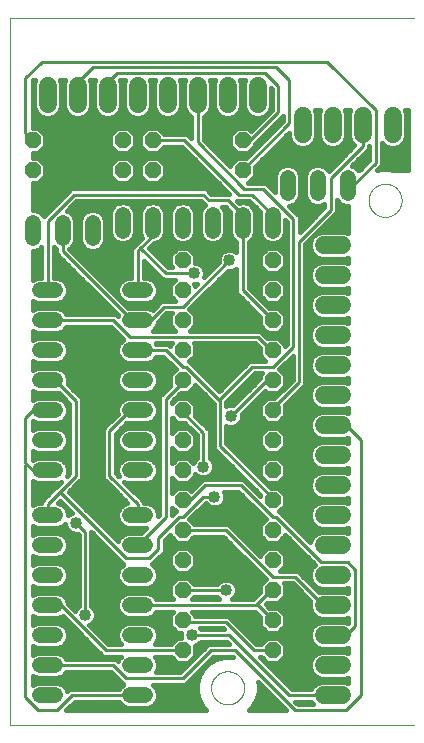
<source format=gbl>
G75*
%MOIN*%
%OFA0B0*%
%FSLAX25Y25*%
%IPPOS*%
%LPD*%
%AMOC8*
5,1,8,0,0,1.08239X$1,22.5*
%
%ADD10C,0.00000*%
%ADD11C,0.05200*%
%ADD12OC8,0.05200*%
%ADD13C,0.06000*%
%ADD14C,0.01000*%
%ADD15C,0.04000*%
%ADD16C,0.01600*%
D10*
X0001000Y0001000D02*
X0001000Y0236900D01*
X0135700Y0236900D01*
X0120488Y0176000D02*
X0120490Y0176148D01*
X0120496Y0176296D01*
X0120506Y0176444D01*
X0120520Y0176591D01*
X0120538Y0176738D01*
X0120559Y0176884D01*
X0120585Y0177030D01*
X0120615Y0177175D01*
X0120648Y0177319D01*
X0120686Y0177462D01*
X0120727Y0177604D01*
X0120772Y0177745D01*
X0120820Y0177885D01*
X0120873Y0178024D01*
X0120929Y0178161D01*
X0120989Y0178296D01*
X0121052Y0178430D01*
X0121119Y0178562D01*
X0121190Y0178692D01*
X0121264Y0178820D01*
X0121341Y0178946D01*
X0121422Y0179070D01*
X0121506Y0179192D01*
X0121593Y0179311D01*
X0121684Y0179428D01*
X0121778Y0179543D01*
X0121874Y0179655D01*
X0121974Y0179765D01*
X0122076Y0179871D01*
X0122182Y0179975D01*
X0122290Y0180076D01*
X0122401Y0180174D01*
X0122514Y0180270D01*
X0122630Y0180362D01*
X0122748Y0180451D01*
X0122869Y0180536D01*
X0122992Y0180619D01*
X0123117Y0180698D01*
X0123244Y0180774D01*
X0123373Y0180846D01*
X0123504Y0180915D01*
X0123637Y0180980D01*
X0123772Y0181041D01*
X0123908Y0181099D01*
X0124045Y0181154D01*
X0124184Y0181204D01*
X0124325Y0181251D01*
X0124466Y0181294D01*
X0124609Y0181334D01*
X0124753Y0181369D01*
X0124897Y0181401D01*
X0125043Y0181428D01*
X0125189Y0181452D01*
X0125336Y0181472D01*
X0125483Y0181488D01*
X0125630Y0181500D01*
X0125778Y0181508D01*
X0125926Y0181512D01*
X0126074Y0181512D01*
X0126222Y0181508D01*
X0126370Y0181500D01*
X0126517Y0181488D01*
X0126664Y0181472D01*
X0126811Y0181452D01*
X0126957Y0181428D01*
X0127103Y0181401D01*
X0127247Y0181369D01*
X0127391Y0181334D01*
X0127534Y0181294D01*
X0127675Y0181251D01*
X0127816Y0181204D01*
X0127955Y0181154D01*
X0128092Y0181099D01*
X0128228Y0181041D01*
X0128363Y0180980D01*
X0128496Y0180915D01*
X0128627Y0180846D01*
X0128756Y0180774D01*
X0128883Y0180698D01*
X0129008Y0180619D01*
X0129131Y0180536D01*
X0129252Y0180451D01*
X0129370Y0180362D01*
X0129486Y0180270D01*
X0129599Y0180174D01*
X0129710Y0180076D01*
X0129818Y0179975D01*
X0129924Y0179871D01*
X0130026Y0179765D01*
X0130126Y0179655D01*
X0130222Y0179543D01*
X0130316Y0179428D01*
X0130407Y0179311D01*
X0130494Y0179192D01*
X0130578Y0179070D01*
X0130659Y0178946D01*
X0130736Y0178820D01*
X0130810Y0178692D01*
X0130881Y0178562D01*
X0130948Y0178430D01*
X0131011Y0178296D01*
X0131071Y0178161D01*
X0131127Y0178024D01*
X0131180Y0177885D01*
X0131228Y0177745D01*
X0131273Y0177604D01*
X0131314Y0177462D01*
X0131352Y0177319D01*
X0131385Y0177175D01*
X0131415Y0177030D01*
X0131441Y0176884D01*
X0131462Y0176738D01*
X0131480Y0176591D01*
X0131494Y0176444D01*
X0131504Y0176296D01*
X0131510Y0176148D01*
X0131512Y0176000D01*
X0131510Y0175852D01*
X0131504Y0175704D01*
X0131494Y0175556D01*
X0131480Y0175409D01*
X0131462Y0175262D01*
X0131441Y0175116D01*
X0131415Y0174970D01*
X0131385Y0174825D01*
X0131352Y0174681D01*
X0131314Y0174538D01*
X0131273Y0174396D01*
X0131228Y0174255D01*
X0131180Y0174115D01*
X0131127Y0173976D01*
X0131071Y0173839D01*
X0131011Y0173704D01*
X0130948Y0173570D01*
X0130881Y0173438D01*
X0130810Y0173308D01*
X0130736Y0173180D01*
X0130659Y0173054D01*
X0130578Y0172930D01*
X0130494Y0172808D01*
X0130407Y0172689D01*
X0130316Y0172572D01*
X0130222Y0172457D01*
X0130126Y0172345D01*
X0130026Y0172235D01*
X0129924Y0172129D01*
X0129818Y0172025D01*
X0129710Y0171924D01*
X0129599Y0171826D01*
X0129486Y0171730D01*
X0129370Y0171638D01*
X0129252Y0171549D01*
X0129131Y0171464D01*
X0129008Y0171381D01*
X0128883Y0171302D01*
X0128756Y0171226D01*
X0128627Y0171154D01*
X0128496Y0171085D01*
X0128363Y0171020D01*
X0128228Y0170959D01*
X0128092Y0170901D01*
X0127955Y0170846D01*
X0127816Y0170796D01*
X0127675Y0170749D01*
X0127534Y0170706D01*
X0127391Y0170666D01*
X0127247Y0170631D01*
X0127103Y0170599D01*
X0126957Y0170572D01*
X0126811Y0170548D01*
X0126664Y0170528D01*
X0126517Y0170512D01*
X0126370Y0170500D01*
X0126222Y0170492D01*
X0126074Y0170488D01*
X0125926Y0170488D01*
X0125778Y0170492D01*
X0125630Y0170500D01*
X0125483Y0170512D01*
X0125336Y0170528D01*
X0125189Y0170548D01*
X0125043Y0170572D01*
X0124897Y0170599D01*
X0124753Y0170631D01*
X0124609Y0170666D01*
X0124466Y0170706D01*
X0124325Y0170749D01*
X0124184Y0170796D01*
X0124045Y0170846D01*
X0123908Y0170901D01*
X0123772Y0170959D01*
X0123637Y0171020D01*
X0123504Y0171085D01*
X0123373Y0171154D01*
X0123244Y0171226D01*
X0123117Y0171302D01*
X0122992Y0171381D01*
X0122869Y0171464D01*
X0122748Y0171549D01*
X0122630Y0171638D01*
X0122514Y0171730D01*
X0122401Y0171826D01*
X0122290Y0171924D01*
X0122182Y0172025D01*
X0122076Y0172129D01*
X0121974Y0172235D01*
X0121874Y0172345D01*
X0121778Y0172457D01*
X0121684Y0172572D01*
X0121593Y0172689D01*
X0121506Y0172808D01*
X0121422Y0172930D01*
X0121341Y0173054D01*
X0121264Y0173180D01*
X0121190Y0173308D01*
X0121119Y0173438D01*
X0121052Y0173570D01*
X0120989Y0173704D01*
X0120929Y0173839D01*
X0120873Y0173976D01*
X0120820Y0174115D01*
X0120772Y0174255D01*
X0120727Y0174396D01*
X0120686Y0174538D01*
X0120648Y0174681D01*
X0120615Y0174825D01*
X0120585Y0174970D01*
X0120559Y0175116D01*
X0120538Y0175262D01*
X0120520Y0175409D01*
X0120506Y0175556D01*
X0120496Y0175704D01*
X0120490Y0175852D01*
X0120488Y0176000D01*
X0067988Y0013500D02*
X0067990Y0013648D01*
X0067996Y0013796D01*
X0068006Y0013944D01*
X0068020Y0014091D01*
X0068038Y0014238D01*
X0068059Y0014384D01*
X0068085Y0014530D01*
X0068115Y0014675D01*
X0068148Y0014819D01*
X0068186Y0014962D01*
X0068227Y0015104D01*
X0068272Y0015245D01*
X0068320Y0015385D01*
X0068373Y0015524D01*
X0068429Y0015661D01*
X0068489Y0015796D01*
X0068552Y0015930D01*
X0068619Y0016062D01*
X0068690Y0016192D01*
X0068764Y0016320D01*
X0068841Y0016446D01*
X0068922Y0016570D01*
X0069006Y0016692D01*
X0069093Y0016811D01*
X0069184Y0016928D01*
X0069278Y0017043D01*
X0069374Y0017155D01*
X0069474Y0017265D01*
X0069576Y0017371D01*
X0069682Y0017475D01*
X0069790Y0017576D01*
X0069901Y0017674D01*
X0070014Y0017770D01*
X0070130Y0017862D01*
X0070248Y0017951D01*
X0070369Y0018036D01*
X0070492Y0018119D01*
X0070617Y0018198D01*
X0070744Y0018274D01*
X0070873Y0018346D01*
X0071004Y0018415D01*
X0071137Y0018480D01*
X0071272Y0018541D01*
X0071408Y0018599D01*
X0071545Y0018654D01*
X0071684Y0018704D01*
X0071825Y0018751D01*
X0071966Y0018794D01*
X0072109Y0018834D01*
X0072253Y0018869D01*
X0072397Y0018901D01*
X0072543Y0018928D01*
X0072689Y0018952D01*
X0072836Y0018972D01*
X0072983Y0018988D01*
X0073130Y0019000D01*
X0073278Y0019008D01*
X0073426Y0019012D01*
X0073574Y0019012D01*
X0073722Y0019008D01*
X0073870Y0019000D01*
X0074017Y0018988D01*
X0074164Y0018972D01*
X0074311Y0018952D01*
X0074457Y0018928D01*
X0074603Y0018901D01*
X0074747Y0018869D01*
X0074891Y0018834D01*
X0075034Y0018794D01*
X0075175Y0018751D01*
X0075316Y0018704D01*
X0075455Y0018654D01*
X0075592Y0018599D01*
X0075728Y0018541D01*
X0075863Y0018480D01*
X0075996Y0018415D01*
X0076127Y0018346D01*
X0076256Y0018274D01*
X0076383Y0018198D01*
X0076508Y0018119D01*
X0076631Y0018036D01*
X0076752Y0017951D01*
X0076870Y0017862D01*
X0076986Y0017770D01*
X0077099Y0017674D01*
X0077210Y0017576D01*
X0077318Y0017475D01*
X0077424Y0017371D01*
X0077526Y0017265D01*
X0077626Y0017155D01*
X0077722Y0017043D01*
X0077816Y0016928D01*
X0077907Y0016811D01*
X0077994Y0016692D01*
X0078078Y0016570D01*
X0078159Y0016446D01*
X0078236Y0016320D01*
X0078310Y0016192D01*
X0078381Y0016062D01*
X0078448Y0015930D01*
X0078511Y0015796D01*
X0078571Y0015661D01*
X0078627Y0015524D01*
X0078680Y0015385D01*
X0078728Y0015245D01*
X0078773Y0015104D01*
X0078814Y0014962D01*
X0078852Y0014819D01*
X0078885Y0014675D01*
X0078915Y0014530D01*
X0078941Y0014384D01*
X0078962Y0014238D01*
X0078980Y0014091D01*
X0078994Y0013944D01*
X0079004Y0013796D01*
X0079010Y0013648D01*
X0079012Y0013500D01*
X0079010Y0013352D01*
X0079004Y0013204D01*
X0078994Y0013056D01*
X0078980Y0012909D01*
X0078962Y0012762D01*
X0078941Y0012616D01*
X0078915Y0012470D01*
X0078885Y0012325D01*
X0078852Y0012181D01*
X0078814Y0012038D01*
X0078773Y0011896D01*
X0078728Y0011755D01*
X0078680Y0011615D01*
X0078627Y0011476D01*
X0078571Y0011339D01*
X0078511Y0011204D01*
X0078448Y0011070D01*
X0078381Y0010938D01*
X0078310Y0010808D01*
X0078236Y0010680D01*
X0078159Y0010554D01*
X0078078Y0010430D01*
X0077994Y0010308D01*
X0077907Y0010189D01*
X0077816Y0010072D01*
X0077722Y0009957D01*
X0077626Y0009845D01*
X0077526Y0009735D01*
X0077424Y0009629D01*
X0077318Y0009525D01*
X0077210Y0009424D01*
X0077099Y0009326D01*
X0076986Y0009230D01*
X0076870Y0009138D01*
X0076752Y0009049D01*
X0076631Y0008964D01*
X0076508Y0008881D01*
X0076383Y0008802D01*
X0076256Y0008726D01*
X0076127Y0008654D01*
X0075996Y0008585D01*
X0075863Y0008520D01*
X0075728Y0008459D01*
X0075592Y0008401D01*
X0075455Y0008346D01*
X0075316Y0008296D01*
X0075175Y0008249D01*
X0075034Y0008206D01*
X0074891Y0008166D01*
X0074747Y0008131D01*
X0074603Y0008099D01*
X0074457Y0008072D01*
X0074311Y0008048D01*
X0074164Y0008028D01*
X0074017Y0008012D01*
X0073870Y0008000D01*
X0073722Y0007992D01*
X0073574Y0007988D01*
X0073426Y0007988D01*
X0073278Y0007992D01*
X0073130Y0008000D01*
X0072983Y0008012D01*
X0072836Y0008028D01*
X0072689Y0008048D01*
X0072543Y0008072D01*
X0072397Y0008099D01*
X0072253Y0008131D01*
X0072109Y0008166D01*
X0071966Y0008206D01*
X0071825Y0008249D01*
X0071684Y0008296D01*
X0071545Y0008346D01*
X0071408Y0008401D01*
X0071272Y0008459D01*
X0071137Y0008520D01*
X0071004Y0008585D01*
X0070873Y0008654D01*
X0070744Y0008726D01*
X0070617Y0008802D01*
X0070492Y0008881D01*
X0070369Y0008964D01*
X0070248Y0009049D01*
X0070130Y0009138D01*
X0070014Y0009230D01*
X0069901Y0009326D01*
X0069790Y0009424D01*
X0069682Y0009525D01*
X0069576Y0009629D01*
X0069474Y0009735D01*
X0069374Y0009845D01*
X0069278Y0009957D01*
X0069184Y0010072D01*
X0069093Y0010189D01*
X0069006Y0010308D01*
X0068922Y0010430D01*
X0068841Y0010554D01*
X0068764Y0010680D01*
X0068690Y0010808D01*
X0068619Y0010938D01*
X0068552Y0011070D01*
X0068489Y0011204D01*
X0068429Y0011339D01*
X0068373Y0011476D01*
X0068320Y0011615D01*
X0068272Y0011755D01*
X0068227Y0011896D01*
X0068186Y0012038D01*
X0068148Y0012181D01*
X0068115Y0012325D01*
X0068085Y0012470D01*
X0068059Y0012616D01*
X0068038Y0012762D01*
X0068020Y0012909D01*
X0068006Y0013056D01*
X0067996Y0013204D01*
X0067990Y0013352D01*
X0067988Y0013500D01*
X0001000Y0001000D02*
X0135700Y0001000D01*
D11*
X0046100Y0011000D02*
X0040900Y0011000D01*
X0040900Y0021000D02*
X0046100Y0021000D01*
X0046100Y0031000D02*
X0040900Y0031000D01*
X0040900Y0041000D02*
X0046100Y0041000D01*
X0046100Y0051000D02*
X0040900Y0051000D01*
X0040900Y0061000D02*
X0046100Y0061000D01*
X0046100Y0071000D02*
X0040900Y0071000D01*
X0040900Y0086000D02*
X0046100Y0086000D01*
X0046100Y0096000D02*
X0040900Y0096000D01*
X0040900Y0106000D02*
X0046100Y0106000D01*
X0046100Y0116000D02*
X0040900Y0116000D01*
X0040900Y0126000D02*
X0046100Y0126000D01*
X0046100Y0136000D02*
X0040900Y0136000D01*
X0040900Y0146000D02*
X0046100Y0146000D01*
X0048500Y0165900D02*
X0048500Y0171100D01*
X0038500Y0171100D02*
X0038500Y0165900D01*
X0028500Y0163400D02*
X0028500Y0168600D01*
X0018500Y0168600D02*
X0018500Y0163400D01*
X0008500Y0163400D02*
X0008500Y0168600D01*
X0010900Y0146000D02*
X0016100Y0146000D01*
X0016100Y0136000D02*
X0010900Y0136000D01*
X0010900Y0126000D02*
X0016100Y0126000D01*
X0016100Y0116000D02*
X0010900Y0116000D01*
X0010900Y0106000D02*
X0016100Y0106000D01*
X0016100Y0096000D02*
X0010900Y0096000D01*
X0010900Y0086000D02*
X0016100Y0086000D01*
X0016100Y0071000D02*
X0010900Y0071000D01*
X0010900Y0061000D02*
X0016100Y0061000D01*
X0016100Y0051000D02*
X0010900Y0051000D01*
X0010900Y0041000D02*
X0016100Y0041000D01*
X0016100Y0031000D02*
X0010900Y0031000D01*
X0010900Y0021000D02*
X0016100Y0021000D01*
X0016100Y0011000D02*
X0010900Y0011000D01*
X0058500Y0165900D02*
X0058500Y0171100D01*
X0068500Y0171100D02*
X0068500Y0165900D01*
X0078500Y0165900D02*
X0078500Y0171100D01*
X0088500Y0171100D02*
X0088500Y0165900D01*
X0093500Y0178400D02*
X0093500Y0183600D01*
X0103500Y0183600D02*
X0103500Y0178400D01*
X0113500Y0178400D02*
X0113500Y0183600D01*
D12*
X0088500Y0156000D03*
X0088500Y0146000D03*
X0088500Y0136000D03*
X0088500Y0126000D03*
X0088500Y0116000D03*
X0088500Y0106000D03*
X0088500Y0096000D03*
X0088500Y0086000D03*
X0088500Y0076000D03*
X0088500Y0066000D03*
X0088500Y0056000D03*
X0088500Y0046000D03*
X0088500Y0036000D03*
X0088500Y0026000D03*
X0058500Y0026000D03*
X0058500Y0036000D03*
X0058500Y0046000D03*
X0058500Y0056000D03*
X0058500Y0066000D03*
X0058500Y0076000D03*
X0058500Y0086000D03*
X0058500Y0096000D03*
X0058500Y0106000D03*
X0058500Y0116000D03*
X0058500Y0126000D03*
X0058500Y0136000D03*
X0058500Y0146000D03*
X0058500Y0156000D03*
X0048500Y0186000D03*
X0048500Y0196000D03*
X0038500Y0196000D03*
X0038500Y0186000D03*
X0008500Y0186000D03*
X0008500Y0196000D03*
X0078500Y0196000D03*
X0078500Y0186000D03*
D13*
X0073500Y0208000D02*
X0073500Y0214000D01*
X0063500Y0214000D02*
X0063500Y0208000D01*
X0053500Y0208000D02*
X0053500Y0214000D01*
X0043500Y0214000D02*
X0043500Y0208000D01*
X0033500Y0208000D02*
X0033500Y0214000D01*
X0023500Y0214000D02*
X0023500Y0208000D01*
X0013500Y0208000D02*
X0013500Y0214000D01*
X0083500Y0214000D02*
X0083500Y0208000D01*
X0098500Y0204000D02*
X0098500Y0198000D01*
X0108500Y0198000D02*
X0108500Y0204000D01*
X0118500Y0204000D02*
X0118500Y0198000D01*
X0128500Y0198000D02*
X0128500Y0204000D01*
X0111500Y0161000D02*
X0105500Y0161000D01*
X0105500Y0151000D02*
X0111500Y0151000D01*
X0111500Y0141000D02*
X0105500Y0141000D01*
X0105500Y0131000D02*
X0111500Y0131000D01*
X0111500Y0121000D02*
X0105500Y0121000D01*
X0105500Y0111000D02*
X0111500Y0111000D01*
X0111500Y0101000D02*
X0105500Y0101000D01*
X0105500Y0091000D02*
X0111500Y0091000D01*
X0111500Y0081000D02*
X0105500Y0081000D01*
X0105500Y0071000D02*
X0111500Y0071000D01*
X0111500Y0061000D02*
X0105500Y0061000D01*
X0105500Y0051000D02*
X0111500Y0051000D01*
X0111500Y0041000D02*
X0105500Y0041000D01*
X0105500Y0031000D02*
X0111500Y0031000D01*
X0111500Y0021000D02*
X0105500Y0021000D01*
X0105500Y0011000D02*
X0111500Y0011000D01*
D14*
X0112875Y0006000D02*
X0117875Y0011000D01*
X0117875Y0096000D01*
X0112875Y0101000D01*
X0108500Y0101000D01*
X0097250Y0115375D02*
X0088500Y0106625D01*
X0088500Y0106000D01*
X0088500Y0116000D02*
X0086625Y0116000D01*
X0074750Y0104125D01*
X0071000Y0109125D02*
X0071000Y0094125D01*
X0088500Y0076625D01*
X0088500Y0076000D01*
X0088500Y0070375D02*
X0089750Y0070375D01*
X0104750Y0055375D01*
X0113500Y0055375D01*
X0116000Y0052875D01*
X0116000Y0034125D01*
X0112875Y0031000D01*
X0108500Y0031000D01*
X0108500Y0041000D02*
X0105375Y0041000D01*
X0096000Y0050375D01*
X0088500Y0050375D01*
X0072875Y0066000D01*
X0058500Y0066000D01*
X0058500Y0070375D02*
X0057250Y0070375D01*
X0050375Y0063500D01*
X0050375Y0059750D01*
X0047250Y0056625D01*
X0039750Y0056625D01*
X0017563Y0078813D01*
X0013500Y0074750D01*
X0013500Y0071000D01*
X0017563Y0078813D02*
X0022875Y0084125D01*
X0022875Y0109125D01*
X0016000Y0116000D01*
X0013500Y0116000D01*
X0013500Y0106000D02*
X0008500Y0106000D01*
X0006000Y0103500D01*
X0006000Y0088500D01*
X0006312Y0088187D01*
X0006000Y0087875D01*
X0006000Y0010375D01*
X0010375Y0006000D01*
X0016625Y0006000D01*
X0021625Y0011000D01*
X0043500Y0011000D01*
X0039750Y0016625D02*
X0058500Y0016625D01*
X0067875Y0026000D01*
X0076000Y0026000D01*
X0096000Y0006000D01*
X0112875Y0006000D01*
X0108500Y0011000D02*
X0094125Y0011000D01*
X0074125Y0031000D01*
X0061625Y0031000D01*
X0059125Y0035375D02*
X0058500Y0036000D01*
X0059125Y0035375D02*
X0072875Y0035375D01*
X0082250Y0026000D01*
X0088500Y0026000D01*
X0088500Y0036000D02*
X0083188Y0041313D01*
X0082875Y0041000D01*
X0043500Y0041000D01*
X0032875Y0026000D02*
X0017875Y0041000D01*
X0013500Y0041000D01*
X0026000Y0037875D02*
X0026000Y0065375D01*
X0022875Y0068500D01*
X0013500Y0086000D02*
X0008500Y0086000D01*
X0006312Y0088187D01*
X0034125Y0084125D02*
X0034125Y0099125D01*
X0041000Y0106000D01*
X0043500Y0106000D01*
X0052875Y0109750D02*
X0058500Y0115375D01*
X0058500Y0116000D01*
X0058500Y0120375D02*
X0059750Y0120375D01*
X0070688Y0109437D01*
X0081625Y0120375D01*
X0088500Y0120375D01*
X0095375Y0127250D01*
X0095375Y0169750D01*
X0085375Y0179750D01*
X0079125Y0179750D01*
X0063500Y0195375D01*
X0063500Y0211000D01*
X0059125Y0196000D02*
X0077250Y0177875D01*
X0081625Y0177875D01*
X0088500Y0171000D01*
X0088500Y0168500D01*
X0097250Y0162250D02*
X0097250Y0115375D01*
X0088500Y0126000D02*
X0087875Y0126000D01*
X0083500Y0130375D01*
X0041000Y0130375D01*
X0035375Y0136000D01*
X0013500Y0136000D01*
X0013500Y0146000D02*
X0013500Y0169125D01*
X0022250Y0177875D01*
X0065375Y0177875D01*
X0067250Y0176000D01*
X0073500Y0176000D01*
X0078500Y0171000D01*
X0078500Y0168500D01*
X0078500Y0146000D01*
X0088500Y0136000D01*
X0074125Y0156000D02*
X0058500Y0140375D01*
X0052250Y0140375D01*
X0047875Y0136000D01*
X0043500Y0136000D01*
X0041625Y0136000D01*
X0018500Y0159125D01*
X0018500Y0166000D01*
X0008500Y0196000D02*
X0006000Y0198500D01*
X0006000Y0216625D01*
X0011625Y0222250D01*
X0106625Y0222250D01*
X0122875Y0206000D01*
X0122875Y0188500D01*
X0115375Y0181000D01*
X0113500Y0181000D01*
X0107875Y0183500D02*
X0107875Y0172875D01*
X0097250Y0162250D01*
X0107875Y0183500D02*
X0118500Y0194125D01*
X0118500Y0201000D01*
X0094125Y0201625D02*
X0094125Y0216000D01*
X0089750Y0220375D01*
X0028500Y0220375D01*
X0023500Y0215375D01*
X0023500Y0211000D01*
X0033500Y0211000D02*
X0033500Y0215375D01*
X0036625Y0218500D01*
X0086000Y0218500D01*
X0090375Y0214125D01*
X0090375Y0205375D01*
X0081000Y0196000D01*
X0078500Y0196000D01*
X0078500Y0186000D02*
X0094125Y0201625D01*
X0062250Y0151625D02*
X0052875Y0151625D01*
X0044437Y0160063D01*
X0043500Y0159125D01*
X0043500Y0146000D01*
X0044437Y0160063D02*
X0048500Y0164125D01*
X0048500Y0168500D01*
X0048500Y0196000D02*
X0059125Y0196000D01*
X0052875Y0126000D02*
X0043500Y0126000D01*
X0052875Y0126000D02*
X0058500Y0120375D01*
X0052875Y0109750D02*
X0052875Y0070375D01*
X0043500Y0061000D01*
X0043500Y0071000D02*
X0043500Y0074750D01*
X0034125Y0084125D01*
X0058500Y0076000D02*
X0061000Y0076000D01*
X0066000Y0081000D01*
X0077875Y0081000D01*
X0088500Y0070375D01*
X0088500Y0046000D02*
X0087875Y0046000D01*
X0083188Y0041313D01*
X0072875Y0046000D02*
X0058500Y0046000D01*
X0058500Y0026000D02*
X0032875Y0026000D01*
X0035375Y0021000D02*
X0039750Y0016625D01*
X0035375Y0021000D02*
X0013500Y0021000D01*
X0058500Y0070375D02*
X0065375Y0077250D01*
X0069125Y0077250D01*
X0065375Y0087250D02*
X0065375Y0098500D01*
X0058500Y0105375D01*
X0058500Y0106000D01*
X0070688Y0109437D02*
X0071000Y0109125D01*
D15*
X0074750Y0104125D03*
X0065375Y0087250D03*
X0069125Y0077250D03*
X0072875Y0046000D03*
X0061625Y0031000D03*
X0026000Y0037875D03*
X0022875Y0068500D03*
X0062250Y0151625D03*
X0074125Y0156000D03*
D16*
X0075948Y0152859D02*
X0076400Y0152859D01*
X0076164Y0152948D02*
X0076400Y0153184D01*
X0076400Y0145130D01*
X0077630Y0143900D01*
X0084300Y0137230D01*
X0084300Y0134260D01*
X0086760Y0131800D01*
X0090240Y0131800D01*
X0092700Y0134260D01*
X0092700Y0137740D01*
X0090240Y0140200D01*
X0087270Y0140200D01*
X0080600Y0146870D01*
X0080600Y0162224D01*
X0080879Y0162339D01*
X0082061Y0163521D01*
X0082700Y0165065D01*
X0082700Y0171935D01*
X0082061Y0173479D01*
X0080879Y0174661D01*
X0079335Y0175300D01*
X0077665Y0175300D01*
X0077315Y0175155D01*
X0076695Y0175775D01*
X0080755Y0175775D01*
X0084386Y0172144D01*
X0084300Y0171935D01*
X0084300Y0165065D01*
X0084939Y0163521D01*
X0086121Y0162339D01*
X0087665Y0161700D01*
X0089335Y0161700D01*
X0090879Y0162339D01*
X0092061Y0163521D01*
X0092700Y0165065D01*
X0092700Y0169455D01*
X0093275Y0168880D01*
X0093275Y0128120D01*
X0092700Y0127545D01*
X0092700Y0127740D01*
X0090240Y0130200D01*
X0086760Y0130200D01*
X0086703Y0130142D01*
X0084370Y0132475D01*
X0060915Y0132475D01*
X0062700Y0134260D01*
X0062700Y0137740D01*
X0060767Y0139672D01*
X0073495Y0152400D01*
X0074841Y0152400D01*
X0076164Y0152948D01*
X0076400Y0151260D02*
X0072355Y0151260D01*
X0070756Y0149662D02*
X0076400Y0149662D01*
X0076400Y0148063D02*
X0069158Y0148063D01*
X0067559Y0146465D02*
X0076400Y0146465D01*
X0076664Y0144866D02*
X0065961Y0144866D01*
X0064362Y0143268D02*
X0078263Y0143268D01*
X0079861Y0141669D02*
X0062764Y0141669D01*
X0061165Y0140070D02*
X0081460Y0140070D01*
X0083058Y0138472D02*
X0061968Y0138472D01*
X0062700Y0136873D02*
X0084300Y0136873D01*
X0084300Y0135275D02*
X0062700Y0135275D01*
X0062116Y0133676D02*
X0084884Y0133676D01*
X0084767Y0132078D02*
X0086482Y0132078D01*
X0086365Y0130479D02*
X0093275Y0130479D01*
X0093275Y0128881D02*
X0091559Y0128881D01*
X0090518Y0132078D02*
X0093275Y0132078D01*
X0093275Y0133676D02*
X0092116Y0133676D01*
X0092700Y0135275D02*
X0093275Y0135275D01*
X0093275Y0136873D02*
X0092700Y0136873D01*
X0093275Y0138472D02*
X0091968Y0138472D01*
X0093275Y0140070D02*
X0090369Y0140070D01*
X0090240Y0141800D02*
X0092700Y0144260D01*
X0092700Y0147740D01*
X0090240Y0150200D01*
X0086760Y0150200D01*
X0084300Y0147740D01*
X0084300Y0144260D01*
X0086760Y0141800D01*
X0090240Y0141800D01*
X0091707Y0143268D02*
X0093275Y0143268D01*
X0093275Y0144866D02*
X0092700Y0144866D01*
X0092700Y0146465D02*
X0093275Y0146465D01*
X0093275Y0148063D02*
X0092377Y0148063D01*
X0093275Y0149662D02*
X0090778Y0149662D01*
X0090240Y0151800D02*
X0092700Y0154260D01*
X0092700Y0157740D01*
X0090240Y0160200D01*
X0086760Y0160200D01*
X0084300Y0157740D01*
X0084300Y0154260D01*
X0086760Y0151800D01*
X0090240Y0151800D01*
X0091298Y0152859D02*
X0093275Y0152859D01*
X0093275Y0154457D02*
X0092700Y0154457D01*
X0092700Y0156056D02*
X0093275Y0156056D01*
X0093275Y0157654D02*
X0092700Y0157654D01*
X0093275Y0159253D02*
X0091187Y0159253D01*
X0090989Y0162450D02*
X0093275Y0162450D01*
X0093275Y0164048D02*
X0092279Y0164048D01*
X0092700Y0165647D02*
X0093275Y0165647D01*
X0093275Y0167245D02*
X0092700Y0167245D01*
X0092700Y0168844D02*
X0093275Y0168844D01*
X0096245Y0171850D02*
X0093895Y0174200D01*
X0094335Y0174200D01*
X0095879Y0174839D01*
X0097061Y0176021D01*
X0097700Y0177565D01*
X0097700Y0184435D01*
X0097061Y0185979D01*
X0095879Y0187161D01*
X0094335Y0187800D01*
X0092665Y0187800D01*
X0091121Y0187161D01*
X0089939Y0185979D01*
X0089300Y0184435D01*
X0089300Y0178795D01*
X0086245Y0181850D01*
X0080290Y0181850D01*
X0082700Y0184260D01*
X0082700Y0187230D01*
X0093900Y0198430D01*
X0093900Y0197085D01*
X0094600Y0195394D01*
X0095894Y0194100D01*
X0097585Y0193400D01*
X0099415Y0193400D01*
X0101106Y0194100D01*
X0102400Y0195394D01*
X0103100Y0197085D01*
X0103100Y0204915D01*
X0102651Y0206000D01*
X0104349Y0206000D01*
X0103900Y0204915D01*
X0103900Y0197085D01*
X0104600Y0195394D01*
X0105894Y0194100D01*
X0107585Y0193400D01*
X0109415Y0193400D01*
X0111106Y0194100D01*
X0112400Y0195394D01*
X0113100Y0197085D01*
X0113100Y0204915D01*
X0112651Y0206000D01*
X0114349Y0206000D01*
X0113900Y0204915D01*
X0113900Y0197085D01*
X0114600Y0195394D01*
X0115700Y0194295D01*
X0107155Y0185750D01*
X0107061Y0185979D01*
X0105879Y0187161D01*
X0104335Y0187800D01*
X0102665Y0187800D01*
X0101121Y0187161D01*
X0099939Y0185979D01*
X0099300Y0184435D01*
X0099300Y0177565D01*
X0099939Y0176021D01*
X0101121Y0174839D01*
X0102665Y0174200D01*
X0104335Y0174200D01*
X0105775Y0174796D01*
X0105775Y0173745D01*
X0097475Y0165445D01*
X0097475Y0170620D01*
X0096245Y0171850D01*
X0096054Y0172041D02*
X0104071Y0172041D01*
X0105669Y0173639D02*
X0094456Y0173639D01*
X0096277Y0175238D02*
X0100723Y0175238D01*
X0099602Y0176836D02*
X0097398Y0176836D01*
X0097700Y0178435D02*
X0099300Y0178435D01*
X0099300Y0180033D02*
X0097700Y0180033D01*
X0097700Y0181632D02*
X0099300Y0181632D01*
X0099300Y0183230D02*
X0097700Y0183230D01*
X0097537Y0184829D02*
X0099463Y0184829D01*
X0100388Y0186427D02*
X0096612Y0186427D01*
X0095575Y0194420D02*
X0089890Y0194420D01*
X0091488Y0196018D02*
X0094342Y0196018D01*
X0093900Y0197617D02*
X0093087Y0197617D01*
X0090344Y0200814D02*
X0088784Y0200814D01*
X0088746Y0199215D02*
X0087185Y0199215D01*
X0087147Y0197617D02*
X0085587Y0197617D01*
X0085549Y0196018D02*
X0083988Y0196018D01*
X0083950Y0194420D02*
X0082700Y0194420D01*
X0082700Y0194260D02*
X0082700Y0194730D01*
X0091245Y0203275D01*
X0092025Y0204055D01*
X0092025Y0202495D01*
X0079730Y0190200D01*
X0076760Y0190200D01*
X0074300Y0187740D01*
X0074300Y0187545D01*
X0065600Y0196245D01*
X0065600Y0203891D01*
X0066106Y0204100D01*
X0067400Y0205394D01*
X0068100Y0207085D01*
X0068100Y0214915D01*
X0067651Y0216000D01*
X0069349Y0216000D01*
X0068900Y0214915D01*
X0068900Y0207085D01*
X0069600Y0205394D01*
X0070894Y0204100D01*
X0072585Y0203400D01*
X0074415Y0203400D01*
X0076106Y0204100D01*
X0077400Y0205394D01*
X0078100Y0207085D01*
X0078100Y0214915D01*
X0077651Y0216000D01*
X0079349Y0216000D01*
X0078900Y0214915D01*
X0078900Y0207085D01*
X0079600Y0205394D01*
X0080894Y0204100D01*
X0082585Y0203400D01*
X0084415Y0203400D01*
X0086106Y0204100D01*
X0087400Y0205394D01*
X0088100Y0207085D01*
X0088100Y0213430D01*
X0088275Y0213255D01*
X0088275Y0206245D01*
X0081235Y0199205D01*
X0080240Y0200200D01*
X0076760Y0200200D01*
X0074300Y0197740D01*
X0074300Y0194260D01*
X0076760Y0191800D01*
X0080240Y0191800D01*
X0082700Y0194260D01*
X0082352Y0192821D02*
X0081261Y0192821D01*
X0080753Y0191223D02*
X0070622Y0191223D01*
X0072220Y0189624D02*
X0076185Y0189624D01*
X0074586Y0188026D02*
X0073819Y0188026D01*
X0075739Y0192821D02*
X0069023Y0192821D01*
X0067425Y0194420D02*
X0074300Y0194420D01*
X0074300Y0196018D02*
X0065826Y0196018D01*
X0065600Y0197617D02*
X0074300Y0197617D01*
X0075776Y0199215D02*
X0065600Y0199215D01*
X0065600Y0200814D02*
X0082844Y0200814D01*
X0081246Y0199215D02*
X0081224Y0199215D01*
X0084443Y0202412D02*
X0065600Y0202412D01*
X0065890Y0204011D02*
X0071110Y0204011D01*
X0069511Y0205609D02*
X0067489Y0205609D01*
X0068100Y0207208D02*
X0068900Y0207208D01*
X0068900Y0208806D02*
X0068100Y0208806D01*
X0068100Y0210405D02*
X0068900Y0210405D01*
X0068900Y0212003D02*
X0068100Y0212003D01*
X0068100Y0213602D02*
X0068900Y0213602D01*
X0069018Y0215201D02*
X0067982Y0215201D01*
X0059600Y0205394D02*
X0060894Y0204100D01*
X0061400Y0203891D01*
X0061400Y0196695D01*
X0059995Y0198100D01*
X0052340Y0198100D01*
X0050240Y0200200D01*
X0046760Y0200200D01*
X0044300Y0197740D01*
X0044300Y0194260D01*
X0046760Y0191800D01*
X0050240Y0191800D01*
X0052340Y0193900D01*
X0058255Y0193900D01*
X0074055Y0178100D01*
X0068120Y0178100D01*
X0066245Y0179975D01*
X0021380Y0179975D01*
X0020150Y0178745D01*
X0012155Y0170750D01*
X0012061Y0170979D01*
X0010879Y0172161D01*
X0009335Y0172800D01*
X0008500Y0172800D01*
X0008500Y0181800D01*
X0010240Y0181800D01*
X0012700Y0184260D01*
X0012700Y0187740D01*
X0010240Y0190200D01*
X0008500Y0190200D01*
X0008500Y0191800D01*
X0010240Y0191800D01*
X0012700Y0194260D01*
X0012700Y0197740D01*
X0010240Y0200200D01*
X0008500Y0200200D01*
X0008500Y0216000D01*
X0009349Y0216000D01*
X0008900Y0214915D01*
X0008900Y0207085D01*
X0009600Y0205394D01*
X0010894Y0204100D01*
X0012585Y0203400D01*
X0014415Y0203400D01*
X0016106Y0204100D01*
X0017400Y0205394D01*
X0018100Y0207085D01*
X0018100Y0214915D01*
X0017651Y0216000D01*
X0019349Y0216000D01*
X0018900Y0214915D01*
X0018900Y0207085D01*
X0019600Y0205394D01*
X0020894Y0204100D01*
X0022585Y0203400D01*
X0024415Y0203400D01*
X0026106Y0204100D01*
X0027400Y0205394D01*
X0028100Y0207085D01*
X0028100Y0214915D01*
X0027651Y0216000D01*
X0029349Y0216000D01*
X0028900Y0214915D01*
X0028900Y0207085D01*
X0029600Y0205394D01*
X0030894Y0204100D01*
X0032585Y0203400D01*
X0034415Y0203400D01*
X0036106Y0204100D01*
X0037400Y0205394D01*
X0038100Y0207085D01*
X0038100Y0214915D01*
X0037651Y0216000D01*
X0039349Y0216000D01*
X0038900Y0214915D01*
X0038900Y0207085D01*
X0039600Y0205394D01*
X0040894Y0204100D01*
X0042585Y0203400D01*
X0044415Y0203400D01*
X0046106Y0204100D01*
X0047400Y0205394D01*
X0048100Y0207085D01*
X0048100Y0214915D01*
X0047651Y0216000D01*
X0049349Y0216000D01*
X0048900Y0214915D01*
X0048900Y0207085D01*
X0049600Y0205394D01*
X0050894Y0204100D01*
X0052585Y0203400D01*
X0054415Y0203400D01*
X0056106Y0204100D01*
X0057400Y0205394D01*
X0058100Y0207085D01*
X0058100Y0214915D01*
X0057651Y0216000D01*
X0059349Y0216000D01*
X0058900Y0214915D01*
X0058900Y0207085D01*
X0059600Y0205394D01*
X0059511Y0205609D02*
X0057489Y0205609D01*
X0058100Y0207208D02*
X0058900Y0207208D01*
X0058900Y0208806D02*
X0058100Y0208806D01*
X0058100Y0210405D02*
X0058900Y0210405D01*
X0058900Y0212003D02*
X0058100Y0212003D01*
X0058100Y0213602D02*
X0058900Y0213602D01*
X0059018Y0215201D02*
X0057982Y0215201D01*
X0055890Y0204011D02*
X0061110Y0204011D01*
X0061400Y0202412D02*
X0008500Y0202412D01*
X0008500Y0200814D02*
X0061400Y0200814D01*
X0061400Y0199215D02*
X0051224Y0199215D01*
X0051110Y0204011D02*
X0045890Y0204011D01*
X0047489Y0205609D02*
X0049511Y0205609D01*
X0048900Y0207208D02*
X0048100Y0207208D01*
X0048100Y0208806D02*
X0048900Y0208806D01*
X0048900Y0210405D02*
X0048100Y0210405D01*
X0048100Y0212003D02*
X0048900Y0212003D01*
X0048900Y0213602D02*
X0048100Y0213602D01*
X0047982Y0215201D02*
X0049018Y0215201D01*
X0041110Y0204011D02*
X0035890Y0204011D01*
X0037489Y0205609D02*
X0039511Y0205609D01*
X0038900Y0207208D02*
X0038100Y0207208D01*
X0038100Y0208806D02*
X0038900Y0208806D01*
X0038900Y0210405D02*
X0038100Y0210405D01*
X0038100Y0212003D02*
X0038900Y0212003D01*
X0038900Y0213602D02*
X0038100Y0213602D01*
X0037982Y0215201D02*
X0039018Y0215201D01*
X0031110Y0204011D02*
X0025890Y0204011D01*
X0027489Y0205609D02*
X0029511Y0205609D01*
X0028900Y0207208D02*
X0028100Y0207208D01*
X0028100Y0208806D02*
X0028900Y0208806D01*
X0028900Y0210405D02*
X0028100Y0210405D01*
X0028100Y0212003D02*
X0028900Y0212003D01*
X0028900Y0213602D02*
X0028100Y0213602D01*
X0027982Y0215201D02*
X0029018Y0215201D01*
X0021110Y0204011D02*
X0015890Y0204011D01*
X0017489Y0205609D02*
X0019511Y0205609D01*
X0018900Y0207208D02*
X0018100Y0207208D01*
X0018100Y0208806D02*
X0018900Y0208806D01*
X0018900Y0210405D02*
X0018100Y0210405D01*
X0018100Y0212003D02*
X0018900Y0212003D01*
X0018900Y0213602D02*
X0018100Y0213602D01*
X0017982Y0215201D02*
X0019018Y0215201D01*
X0011110Y0204011D02*
X0008500Y0204011D01*
X0008500Y0205609D02*
X0009511Y0205609D01*
X0008900Y0207208D02*
X0008500Y0207208D01*
X0008500Y0208806D02*
X0008900Y0208806D01*
X0008900Y0210405D02*
X0008500Y0210405D01*
X0008500Y0212003D02*
X0008900Y0212003D01*
X0008900Y0213602D02*
X0008500Y0213602D01*
X0008500Y0215201D02*
X0009018Y0215201D01*
X0011224Y0199215D02*
X0035776Y0199215D01*
X0036760Y0200200D02*
X0034300Y0197740D01*
X0034300Y0194260D01*
X0036760Y0191800D01*
X0040240Y0191800D01*
X0042700Y0194260D01*
X0042700Y0197740D01*
X0040240Y0200200D01*
X0036760Y0200200D01*
X0034300Y0197617D02*
X0012700Y0197617D01*
X0012700Y0196018D02*
X0034300Y0196018D01*
X0034300Y0194420D02*
X0012700Y0194420D01*
X0011261Y0192821D02*
X0035739Y0192821D01*
X0036760Y0190200D02*
X0034300Y0187740D01*
X0034300Y0184260D01*
X0036760Y0181800D01*
X0040240Y0181800D01*
X0042700Y0184260D01*
X0042700Y0187740D01*
X0040240Y0190200D01*
X0036760Y0190200D01*
X0036185Y0189624D02*
X0010815Y0189624D01*
X0012414Y0188026D02*
X0034586Y0188026D01*
X0034300Y0186427D02*
X0012700Y0186427D01*
X0012700Y0184829D02*
X0034300Y0184829D01*
X0035330Y0183230D02*
X0011670Y0183230D01*
X0008500Y0181632D02*
X0070523Y0181632D01*
X0072122Y0180033D02*
X0008500Y0180033D01*
X0008500Y0178435D02*
X0019840Y0178435D01*
X0018241Y0176836D02*
X0008500Y0176836D01*
X0008500Y0175238D02*
X0016643Y0175238D01*
X0015044Y0173639D02*
X0008500Y0173639D01*
X0010999Y0172041D02*
X0013446Y0172041D01*
X0019908Y0172563D02*
X0023120Y0175775D01*
X0064505Y0175775D01*
X0065150Y0175130D01*
X0065870Y0174410D01*
X0064939Y0173479D01*
X0064300Y0171935D01*
X0064300Y0165065D01*
X0064939Y0163521D01*
X0066121Y0162339D01*
X0067665Y0161700D01*
X0069335Y0161700D01*
X0070879Y0162339D01*
X0072061Y0163521D01*
X0072700Y0165065D01*
X0072700Y0171935D01*
X0072061Y0173479D01*
X0071640Y0173900D01*
X0072630Y0173900D01*
X0074386Y0172144D01*
X0074300Y0171935D01*
X0074300Y0165065D01*
X0074939Y0163521D01*
X0076121Y0162339D01*
X0076400Y0162224D01*
X0076400Y0158816D01*
X0076164Y0159052D01*
X0074841Y0159600D01*
X0073409Y0159600D01*
X0072086Y0159052D01*
X0071073Y0158039D01*
X0070525Y0156716D01*
X0070525Y0155370D01*
X0065699Y0150543D01*
X0065850Y0150909D01*
X0065850Y0152341D01*
X0065302Y0153664D01*
X0064289Y0154677D01*
X0062966Y0155225D01*
X0062700Y0155225D01*
X0062700Y0157740D01*
X0060240Y0160200D01*
X0056760Y0160200D01*
X0054300Y0157740D01*
X0054300Y0154260D01*
X0054835Y0153725D01*
X0053745Y0153725D01*
X0047407Y0160062D01*
X0049045Y0161700D01*
X0049335Y0161700D01*
X0050879Y0162339D01*
X0052061Y0163521D01*
X0052700Y0165065D01*
X0052700Y0171935D01*
X0052061Y0173479D01*
X0050879Y0174661D01*
X0049335Y0175300D01*
X0047665Y0175300D01*
X0046121Y0174661D01*
X0044939Y0173479D01*
X0044300Y0171935D01*
X0044300Y0165065D01*
X0044936Y0163530D01*
X0042338Y0160932D01*
X0041400Y0159995D01*
X0041400Y0150200D01*
X0040065Y0150200D01*
X0038521Y0149561D01*
X0037339Y0148379D01*
X0036700Y0146835D01*
X0036700Y0145165D01*
X0037339Y0143621D01*
X0038521Y0142439D01*
X0040065Y0141800D01*
X0046935Y0141800D01*
X0048479Y0142439D01*
X0049661Y0143621D01*
X0050300Y0145165D01*
X0050300Y0146835D01*
X0049661Y0148379D01*
X0048479Y0149561D01*
X0046935Y0150200D01*
X0045600Y0150200D01*
X0045600Y0155930D01*
X0052005Y0149525D01*
X0056085Y0149525D01*
X0054300Y0147740D01*
X0054300Y0144260D01*
X0056085Y0142475D01*
X0051380Y0142475D01*
X0048470Y0139564D01*
X0046935Y0140200D01*
X0040395Y0140200D01*
X0020792Y0159803D01*
X0020879Y0159839D01*
X0022061Y0161021D01*
X0022700Y0162565D01*
X0022700Y0169435D01*
X0022061Y0170979D01*
X0020879Y0172161D01*
X0019908Y0172563D01*
X0020999Y0172041D02*
X0026001Y0172041D01*
X0026121Y0172161D02*
X0024939Y0170979D01*
X0024300Y0169435D01*
X0024300Y0162565D01*
X0024939Y0161021D01*
X0026121Y0159839D01*
X0027665Y0159200D01*
X0029335Y0159200D01*
X0030879Y0159839D01*
X0032061Y0161021D01*
X0032700Y0162565D01*
X0032700Y0169435D01*
X0032061Y0170979D01*
X0030879Y0172161D01*
X0029335Y0172800D01*
X0027665Y0172800D01*
X0026121Y0172161D01*
X0024717Y0170442D02*
X0022283Y0170442D01*
X0022700Y0168844D02*
X0024300Y0168844D01*
X0024300Y0167245D02*
X0022700Y0167245D01*
X0022700Y0165647D02*
X0024300Y0165647D01*
X0024300Y0164048D02*
X0022700Y0164048D01*
X0022652Y0162450D02*
X0024348Y0162450D01*
X0025109Y0160851D02*
X0021891Y0160851D01*
X0021342Y0159253D02*
X0027538Y0159253D01*
X0029462Y0159253D02*
X0041400Y0159253D01*
X0041400Y0157654D02*
X0022941Y0157654D01*
X0024539Y0156056D02*
X0041400Y0156056D01*
X0041400Y0154457D02*
X0026138Y0154457D01*
X0027736Y0152859D02*
X0041400Y0152859D01*
X0041400Y0151260D02*
X0029335Y0151260D01*
X0030933Y0149662D02*
X0038765Y0149662D01*
X0037209Y0148063D02*
X0032532Y0148063D01*
X0034130Y0146465D02*
X0036700Y0146465D01*
X0036824Y0144866D02*
X0035729Y0144866D01*
X0037327Y0143268D02*
X0037693Y0143268D01*
X0038926Y0141669D02*
X0050574Y0141669D01*
X0049307Y0143268D02*
X0055293Y0143268D01*
X0054300Y0144866D02*
X0050176Y0144866D01*
X0050300Y0146465D02*
X0054300Y0146465D01*
X0054623Y0148063D02*
X0049791Y0148063D01*
X0048235Y0149662D02*
X0051869Y0149662D01*
X0050270Y0151260D02*
X0045600Y0151260D01*
X0045600Y0152859D02*
X0048672Y0152859D01*
X0047073Y0154457D02*
X0045600Y0154457D01*
X0048217Y0159253D02*
X0055813Y0159253D01*
X0054300Y0157654D02*
X0049816Y0157654D01*
X0051414Y0156056D02*
X0054300Y0156056D01*
X0054300Y0154457D02*
X0053013Y0154457D01*
X0048196Y0160851D02*
X0076400Y0160851D01*
X0076400Y0159253D02*
X0075680Y0159253D01*
X0076011Y0162450D02*
X0070989Y0162450D01*
X0072279Y0164048D02*
X0074721Y0164048D01*
X0074300Y0165647D02*
X0072700Y0165647D01*
X0072700Y0167245D02*
X0074300Y0167245D01*
X0074300Y0168844D02*
X0072700Y0168844D01*
X0072700Y0170442D02*
X0074300Y0170442D01*
X0074344Y0172041D02*
X0072656Y0172041D01*
X0072891Y0173639D02*
X0071900Y0173639D01*
X0073720Y0178435D02*
X0067785Y0178435D01*
X0065042Y0175238D02*
X0059486Y0175238D01*
X0059335Y0175300D02*
X0057665Y0175300D01*
X0056121Y0174661D01*
X0054939Y0173479D01*
X0054300Y0171935D01*
X0054300Y0165065D01*
X0054939Y0163521D01*
X0056121Y0162339D01*
X0057665Y0161700D01*
X0059335Y0161700D01*
X0060879Y0162339D01*
X0062061Y0163521D01*
X0062700Y0165065D01*
X0062700Y0171935D01*
X0062061Y0173479D01*
X0060879Y0174661D01*
X0059335Y0175300D01*
X0061900Y0173639D02*
X0065100Y0173639D01*
X0064344Y0172041D02*
X0062656Y0172041D01*
X0062700Y0170442D02*
X0064300Y0170442D01*
X0064300Y0168844D02*
X0062700Y0168844D01*
X0062700Y0167245D02*
X0064300Y0167245D01*
X0064300Y0165647D02*
X0062700Y0165647D01*
X0062279Y0164048D02*
X0064721Y0164048D01*
X0066011Y0162450D02*
X0060989Y0162450D01*
X0061187Y0159253D02*
X0072570Y0159253D01*
X0070914Y0157654D02*
X0062700Y0157654D01*
X0062700Y0156056D02*
X0070525Y0156056D01*
X0069612Y0154457D02*
X0064509Y0154457D01*
X0065636Y0152859D02*
X0068014Y0152859D01*
X0066415Y0151260D02*
X0065850Y0151260D01*
X0063332Y0148176D02*
X0062700Y0147545D01*
X0062700Y0147740D01*
X0062415Y0148025D01*
X0062966Y0148025D01*
X0063332Y0148176D01*
X0063218Y0148063D02*
X0063058Y0148063D01*
X0054835Y0138275D02*
X0054300Y0137740D01*
X0054300Y0134260D01*
X0056085Y0132475D01*
X0048515Y0132475D01*
X0049661Y0133621D01*
X0050300Y0135165D01*
X0050300Y0135455D01*
X0053120Y0138275D01*
X0054835Y0138275D01*
X0054300Y0136873D02*
X0051718Y0136873D01*
X0050300Y0135275D02*
X0054300Y0135275D01*
X0054884Y0133676D02*
X0049684Y0133676D01*
X0049704Y0128275D02*
X0054835Y0128275D01*
X0054300Y0127740D01*
X0054300Y0127545D01*
X0053745Y0128100D01*
X0049776Y0128100D01*
X0049704Y0128275D01*
X0049776Y0123900D02*
X0052005Y0123900D01*
X0056233Y0119672D01*
X0054300Y0117740D01*
X0054300Y0114260D01*
X0054358Y0114203D01*
X0052005Y0111850D01*
X0050775Y0110620D01*
X0050775Y0071245D01*
X0050300Y0070770D01*
X0050300Y0071835D01*
X0049661Y0073379D01*
X0048479Y0074561D01*
X0046935Y0075200D01*
X0045600Y0075200D01*
X0045600Y0075620D01*
X0038964Y0082256D01*
X0040065Y0081800D01*
X0046935Y0081800D01*
X0048479Y0082439D01*
X0049661Y0083621D01*
X0050300Y0085165D01*
X0050300Y0086835D01*
X0049661Y0088379D01*
X0048479Y0089561D01*
X0046935Y0090200D01*
X0040065Y0090200D01*
X0038521Y0089561D01*
X0037339Y0088379D01*
X0036700Y0086835D01*
X0036700Y0085165D01*
X0037156Y0084064D01*
X0036225Y0084995D01*
X0036225Y0098255D01*
X0039856Y0101886D01*
X0040065Y0101800D01*
X0046935Y0101800D01*
X0048479Y0102439D01*
X0049661Y0103621D01*
X0050300Y0105165D01*
X0050300Y0106835D01*
X0049661Y0108379D01*
X0048479Y0109561D01*
X0046935Y0110200D01*
X0040065Y0110200D01*
X0038521Y0109561D01*
X0037339Y0108379D01*
X0036700Y0106835D01*
X0036700Y0105165D01*
X0036845Y0104815D01*
X0032025Y0099995D01*
X0032025Y0083255D01*
X0033255Y0082025D01*
X0040080Y0075200D01*
X0040065Y0075200D01*
X0038521Y0074561D01*
X0037339Y0073379D01*
X0036700Y0071835D01*
X0036700Y0070165D01*
X0037339Y0068621D01*
X0038521Y0067439D01*
X0040065Y0066800D01*
X0046330Y0066800D01*
X0044730Y0065200D01*
X0040065Y0065200D01*
X0038521Y0064561D01*
X0037339Y0063379D01*
X0036937Y0062408D01*
X0020532Y0078813D01*
X0023745Y0082025D01*
X0024975Y0083255D01*
X0024975Y0109995D01*
X0020155Y0114815D01*
X0020300Y0115165D01*
X0020300Y0116835D01*
X0019661Y0118379D01*
X0018479Y0119561D01*
X0016935Y0120200D01*
X0010065Y0120200D01*
X0008521Y0119561D01*
X0008500Y0119540D01*
X0008500Y0122460D01*
X0008521Y0122439D01*
X0010065Y0121800D01*
X0016935Y0121800D01*
X0018479Y0122439D01*
X0019661Y0123621D01*
X0020300Y0125165D01*
X0020300Y0126835D01*
X0019661Y0128379D01*
X0018479Y0129561D01*
X0016935Y0130200D01*
X0010065Y0130200D01*
X0008521Y0129561D01*
X0008500Y0129540D01*
X0008500Y0132460D01*
X0008521Y0132439D01*
X0010065Y0131800D01*
X0016935Y0131800D01*
X0018479Y0132439D01*
X0019661Y0133621D01*
X0019776Y0133900D01*
X0034505Y0133900D01*
X0038750Y0129655D01*
X0038521Y0129561D01*
X0037339Y0128379D01*
X0036700Y0126835D01*
X0036700Y0125165D01*
X0037339Y0123621D01*
X0038521Y0122439D01*
X0040065Y0121800D01*
X0046935Y0121800D01*
X0048479Y0122439D01*
X0049661Y0123621D01*
X0049776Y0123900D01*
X0048527Y0122487D02*
X0053418Y0122487D01*
X0055017Y0120888D02*
X0008500Y0120888D01*
X0008500Y0112460D02*
X0008521Y0112439D01*
X0010065Y0111800D01*
X0016935Y0111800D01*
X0017144Y0111886D01*
X0020775Y0108255D01*
X0020775Y0084995D01*
X0019844Y0084064D01*
X0020300Y0085165D01*
X0020300Y0086835D01*
X0019661Y0088379D01*
X0018479Y0089561D01*
X0016935Y0090200D01*
X0010065Y0090200D01*
X0008521Y0089561D01*
X0008500Y0089540D01*
X0008500Y0092460D01*
X0008521Y0092439D01*
X0010065Y0091800D01*
X0016935Y0091800D01*
X0018479Y0092439D01*
X0019661Y0093621D01*
X0020300Y0095165D01*
X0020300Y0096835D01*
X0019661Y0098379D01*
X0018479Y0099561D01*
X0016935Y0100200D01*
X0010065Y0100200D01*
X0008521Y0099561D01*
X0008500Y0099540D01*
X0008500Y0102460D01*
X0008521Y0102439D01*
X0010065Y0101800D01*
X0016935Y0101800D01*
X0018479Y0102439D01*
X0019661Y0103621D01*
X0020300Y0105165D01*
X0020300Y0106835D01*
X0019661Y0108379D01*
X0018479Y0109561D01*
X0016935Y0110200D01*
X0010065Y0110200D01*
X0008521Y0109561D01*
X0008500Y0109540D01*
X0008500Y0112460D01*
X0008500Y0111297D02*
X0017733Y0111297D01*
X0018145Y0109699D02*
X0019331Y0109699D01*
X0019776Y0108100D02*
X0020775Y0108100D01*
X0020775Y0106502D02*
X0020300Y0106502D01*
X0020192Y0104903D02*
X0020775Y0104903D01*
X0020775Y0103305D02*
X0019344Y0103305D01*
X0020775Y0101706D02*
X0008500Y0101706D01*
X0008500Y0100108D02*
X0009842Y0100108D01*
X0009304Y0092115D02*
X0008500Y0092115D01*
X0008500Y0090517D02*
X0020775Y0090517D01*
X0020775Y0092115D02*
X0017696Y0092115D01*
X0019699Y0093714D02*
X0020775Y0093714D01*
X0020775Y0095312D02*
X0020300Y0095312D01*
X0020269Y0096911D02*
X0020775Y0096911D01*
X0020775Y0098509D02*
X0019530Y0098509D01*
X0020775Y0100108D02*
X0017158Y0100108D01*
X0019122Y0088918D02*
X0020775Y0088918D01*
X0020775Y0087320D02*
X0020099Y0087320D01*
X0020300Y0085721D02*
X0020775Y0085721D01*
X0019903Y0084123D02*
X0019868Y0084123D01*
X0018036Y0082256D02*
X0016693Y0080912D01*
X0016693Y0080912D01*
X0015462Y0079682D01*
X0011400Y0075620D01*
X0011400Y0075200D01*
X0010065Y0075200D01*
X0008521Y0074561D01*
X0008500Y0074540D01*
X0008500Y0082460D01*
X0008521Y0082439D01*
X0010065Y0081800D01*
X0016935Y0081800D01*
X0018036Y0082256D01*
X0016706Y0080926D02*
X0008500Y0080926D01*
X0008500Y0079327D02*
X0015107Y0079327D01*
X0015462Y0079682D02*
X0015462Y0079682D01*
X0013509Y0077729D02*
X0008500Y0077729D01*
X0008500Y0076130D02*
X0011910Y0076130D01*
X0016920Y0075200D02*
X0017562Y0075843D01*
X0021555Y0071850D01*
X0020836Y0071552D01*
X0020300Y0071016D01*
X0020300Y0071835D01*
X0019661Y0073379D01*
X0018479Y0074561D01*
X0016935Y0075200D01*
X0016920Y0075200D01*
X0018508Y0074532D02*
X0018874Y0074532D01*
X0019845Y0072933D02*
X0020472Y0072933D01*
X0020618Y0071334D02*
X0020300Y0071334D01*
X0019275Y0068235D02*
X0019275Y0067784D01*
X0019823Y0066461D01*
X0020836Y0065448D01*
X0022159Y0064900D01*
X0023505Y0064900D01*
X0023900Y0064505D01*
X0023900Y0040866D01*
X0022948Y0039914D01*
X0022650Y0039195D01*
X0020300Y0041545D01*
X0020300Y0041835D01*
X0019661Y0043379D01*
X0018479Y0044561D01*
X0016935Y0045200D01*
X0010065Y0045200D01*
X0008521Y0044561D01*
X0008500Y0044540D01*
X0008500Y0047460D01*
X0008521Y0047439D01*
X0010065Y0046800D01*
X0016935Y0046800D01*
X0018479Y0047439D01*
X0019661Y0048621D01*
X0020300Y0050165D01*
X0020300Y0051835D01*
X0019661Y0053379D01*
X0018479Y0054561D01*
X0016935Y0055200D01*
X0010065Y0055200D01*
X0008521Y0054561D01*
X0008500Y0054540D01*
X0008500Y0057460D01*
X0008521Y0057439D01*
X0010065Y0056800D01*
X0016935Y0056800D01*
X0018479Y0057439D01*
X0019661Y0058621D01*
X0020300Y0060165D01*
X0020300Y0061835D01*
X0019661Y0063379D01*
X0018479Y0064561D01*
X0016935Y0065200D01*
X0010065Y0065200D01*
X0008521Y0064561D01*
X0008500Y0064540D01*
X0008500Y0067460D01*
X0008521Y0067439D01*
X0010065Y0066800D01*
X0016935Y0066800D01*
X0018479Y0067439D01*
X0019275Y0068235D01*
X0019275Y0068137D02*
X0019177Y0068137D01*
X0019791Y0066539D02*
X0008500Y0066539D01*
X0008500Y0064940D02*
X0009438Y0064940D01*
X0009707Y0056948D02*
X0008500Y0056948D01*
X0008500Y0055349D02*
X0023900Y0055349D01*
X0023900Y0053751D02*
X0019289Y0053751D01*
X0020169Y0052152D02*
X0023900Y0052152D01*
X0023900Y0050554D02*
X0020300Y0050554D01*
X0019799Y0048955D02*
X0023900Y0048955D01*
X0023900Y0047357D02*
X0018280Y0047357D01*
X0018880Y0044160D02*
X0023900Y0044160D01*
X0023900Y0045758D02*
X0008500Y0045758D01*
X0008500Y0047357D02*
X0008720Y0047357D01*
X0008500Y0037460D02*
X0008521Y0037439D01*
X0010065Y0036800D01*
X0016935Y0036800D01*
X0018470Y0037436D01*
X0030775Y0025130D01*
X0030775Y0025130D01*
X0032005Y0023900D01*
X0037860Y0023900D01*
X0037339Y0023379D01*
X0036937Y0022408D01*
X0036245Y0023100D01*
X0019776Y0023100D01*
X0019661Y0023379D01*
X0018479Y0024561D01*
X0016935Y0025200D01*
X0010065Y0025200D01*
X0008521Y0024561D01*
X0008500Y0024540D01*
X0008500Y0027460D01*
X0008521Y0027439D01*
X0010065Y0026800D01*
X0016935Y0026800D01*
X0018479Y0027439D01*
X0019661Y0028621D01*
X0020300Y0030165D01*
X0020300Y0031835D01*
X0019661Y0033379D01*
X0018479Y0034561D01*
X0016935Y0035200D01*
X0010065Y0035200D01*
X0008521Y0034561D01*
X0008500Y0034540D01*
X0008500Y0037460D01*
X0008500Y0036167D02*
X0019738Y0036167D01*
X0018459Y0034569D02*
X0021336Y0034569D01*
X0019830Y0032970D02*
X0022935Y0032970D01*
X0024533Y0031372D02*
X0020300Y0031372D01*
X0020138Y0029773D02*
X0026132Y0029773D01*
X0027730Y0028175D02*
X0019214Y0028175D01*
X0017472Y0024978D02*
X0030927Y0024978D01*
X0029329Y0026576D02*
X0008500Y0026576D01*
X0008500Y0024978D02*
X0009528Y0024978D01*
X0008500Y0017460D02*
X0008521Y0017439D01*
X0010065Y0016800D01*
X0016935Y0016800D01*
X0018479Y0017439D01*
X0019661Y0018621D01*
X0019776Y0018900D01*
X0034505Y0018900D01*
X0037650Y0015755D01*
X0038750Y0014655D01*
X0038521Y0014561D01*
X0037339Y0013379D01*
X0037224Y0013100D01*
X0020755Y0013100D01*
X0020063Y0012408D01*
X0019661Y0013379D01*
X0018479Y0014561D01*
X0016935Y0015200D01*
X0010065Y0015200D01*
X0008521Y0014561D01*
X0008500Y0014540D01*
X0008500Y0017460D01*
X0008500Y0016985D02*
X0009618Y0016985D01*
X0008500Y0015387D02*
X0038019Y0015387D01*
X0037748Y0013788D02*
X0019252Y0013788D01*
X0017382Y0016985D02*
X0036420Y0016985D01*
X0034822Y0018584D02*
X0019623Y0018584D01*
X0019661Y0023379D02*
X0037339Y0023379D01*
X0037860Y0028100D02*
X0033745Y0028100D01*
X0027320Y0034525D01*
X0028039Y0034823D01*
X0029052Y0035836D01*
X0029600Y0037159D01*
X0029600Y0038591D01*
X0029052Y0039914D01*
X0028100Y0040866D01*
X0028100Y0065305D01*
X0038750Y0054655D01*
X0038521Y0054561D01*
X0037339Y0053379D01*
X0036700Y0051835D01*
X0036700Y0050165D01*
X0037339Y0048621D01*
X0038521Y0047439D01*
X0040065Y0046800D01*
X0046935Y0046800D01*
X0048479Y0047439D01*
X0049661Y0048621D01*
X0050300Y0050165D01*
X0050300Y0051835D01*
X0049661Y0053379D01*
X0048479Y0054561D01*
X0048250Y0054655D01*
X0049350Y0055755D01*
X0052475Y0058880D01*
X0052475Y0062630D01*
X0054300Y0064455D01*
X0054300Y0064260D01*
X0056760Y0061800D01*
X0060240Y0061800D01*
X0062340Y0063900D01*
X0072005Y0063900D01*
X0086233Y0049672D01*
X0084300Y0047740D01*
X0084300Y0045395D01*
X0082318Y0043412D01*
X0082005Y0043100D01*
X0075066Y0043100D01*
X0075927Y0043961D01*
X0076475Y0045284D01*
X0076475Y0046716D01*
X0075927Y0048039D01*
X0074914Y0049052D01*
X0073591Y0049600D01*
X0072159Y0049600D01*
X0070836Y0049052D01*
X0069884Y0048100D01*
X0062340Y0048100D01*
X0060240Y0050200D01*
X0056760Y0050200D01*
X0054300Y0047740D01*
X0054300Y0044260D01*
X0055460Y0043100D01*
X0049776Y0043100D01*
X0049661Y0043379D01*
X0048479Y0044561D01*
X0046935Y0045200D01*
X0040065Y0045200D01*
X0038521Y0044561D01*
X0037339Y0043379D01*
X0036700Y0041835D01*
X0036700Y0040165D01*
X0037339Y0038621D01*
X0038521Y0037439D01*
X0040065Y0036800D01*
X0046935Y0036800D01*
X0048479Y0037439D01*
X0049661Y0038621D01*
X0049776Y0038900D01*
X0055460Y0038900D01*
X0054300Y0037740D01*
X0054300Y0034260D01*
X0056760Y0031800D01*
X0058060Y0031800D01*
X0058025Y0031716D01*
X0058025Y0030284D01*
X0058060Y0030200D01*
X0056760Y0030200D01*
X0054660Y0028100D01*
X0049140Y0028100D01*
X0049661Y0028621D01*
X0050300Y0030165D01*
X0050300Y0031835D01*
X0049661Y0033379D01*
X0048479Y0034561D01*
X0046935Y0035200D01*
X0040065Y0035200D01*
X0038521Y0034561D01*
X0037339Y0033379D01*
X0036700Y0031835D01*
X0036700Y0030165D01*
X0037339Y0028621D01*
X0037860Y0028100D01*
X0037786Y0028175D02*
X0033670Y0028175D01*
X0032072Y0029773D02*
X0036862Y0029773D01*
X0036700Y0031372D02*
X0030473Y0031372D01*
X0028875Y0032970D02*
X0037170Y0032970D01*
X0038541Y0034569D02*
X0027425Y0034569D01*
X0029189Y0036167D02*
X0054300Y0036167D01*
X0054300Y0034569D02*
X0048459Y0034569D01*
X0049830Y0032970D02*
X0055590Y0032970D01*
X0056334Y0029773D02*
X0050138Y0029773D01*
X0050300Y0031372D02*
X0058025Y0031372D01*
X0054735Y0028175D02*
X0049214Y0028175D01*
X0049140Y0023900D02*
X0054660Y0023900D01*
X0056760Y0021800D01*
X0060240Y0021800D01*
X0062700Y0024260D01*
X0062700Y0027549D01*
X0063664Y0027948D01*
X0064616Y0028900D01*
X0073255Y0028900D01*
X0074055Y0028100D01*
X0067005Y0028100D01*
X0065775Y0026870D01*
X0057630Y0018725D01*
X0049704Y0018725D01*
X0050300Y0020165D01*
X0050300Y0021835D01*
X0049661Y0023379D01*
X0049140Y0023900D01*
X0049661Y0023379D02*
X0055181Y0023379D01*
X0059087Y0020182D02*
X0050300Y0020182D01*
X0050300Y0021781D02*
X0060686Y0021781D01*
X0061819Y0023379D02*
X0062284Y0023379D01*
X0062700Y0024978D02*
X0063883Y0024978D01*
X0062700Y0026576D02*
X0065481Y0026576D01*
X0063891Y0028175D02*
X0073980Y0028175D01*
X0075130Y0023900D02*
X0075350Y0023680D01*
X0074858Y0023812D01*
X0072142Y0023812D01*
X0069520Y0023109D01*
X0067168Y0021751D01*
X0065248Y0019832D01*
X0063891Y0017480D01*
X0063188Y0014858D01*
X0063188Y0012142D01*
X0063891Y0009520D01*
X0065248Y0007168D01*
X0066417Y0006000D01*
X0019595Y0006000D01*
X0022495Y0008900D01*
X0037224Y0008900D01*
X0037339Y0008621D01*
X0038521Y0007439D01*
X0040065Y0006800D01*
X0046935Y0006800D01*
X0048479Y0007439D01*
X0049661Y0008621D01*
X0050300Y0010165D01*
X0050300Y0011835D01*
X0049661Y0013379D01*
X0048515Y0014525D01*
X0059370Y0014525D01*
X0068745Y0023900D01*
X0075130Y0023900D01*
X0070528Y0023379D02*
X0068224Y0023379D01*
X0067219Y0021781D02*
X0066625Y0021781D01*
X0065599Y0020182D02*
X0065027Y0020182D01*
X0064528Y0018584D02*
X0063428Y0018584D01*
X0063758Y0016985D02*
X0061830Y0016985D01*
X0063330Y0015387D02*
X0060231Y0015387D01*
X0063188Y0013788D02*
X0049252Y0013788D01*
X0050153Y0012190D02*
X0063188Y0012190D01*
X0063604Y0010591D02*
X0050300Y0010591D01*
X0049815Y0008993D02*
X0064195Y0008993D01*
X0065118Y0007394D02*
X0048370Y0007394D01*
X0038630Y0007394D02*
X0020989Y0007394D01*
X0008541Y0034569D02*
X0008500Y0034569D01*
X0020882Y0040963D02*
X0023900Y0040963D01*
X0023900Y0042561D02*
X0019999Y0042561D01*
X0022481Y0039364D02*
X0022720Y0039364D01*
X0028100Y0040963D02*
X0036700Y0040963D01*
X0037001Y0042561D02*
X0028100Y0042561D01*
X0028100Y0044160D02*
X0038120Y0044160D01*
X0038720Y0047357D02*
X0028100Y0047357D01*
X0028100Y0048955D02*
X0037201Y0048955D01*
X0036700Y0050554D02*
X0028100Y0050554D01*
X0028100Y0052152D02*
X0036831Y0052152D01*
X0037711Y0053751D02*
X0028100Y0053751D01*
X0028100Y0055349D02*
X0038056Y0055349D01*
X0036457Y0056948D02*
X0028100Y0056948D01*
X0028100Y0058546D02*
X0034859Y0058546D01*
X0033260Y0060145D02*
X0028100Y0060145D01*
X0028100Y0061743D02*
X0031662Y0061743D01*
X0030063Y0063342D02*
X0028100Y0063342D01*
X0028100Y0064940D02*
X0028465Y0064940D01*
X0031207Y0068137D02*
X0037823Y0068137D01*
X0036878Y0069736D02*
X0029609Y0069736D01*
X0028010Y0071334D02*
X0036700Y0071334D01*
X0037155Y0072933D02*
X0026412Y0072933D01*
X0024813Y0074532D02*
X0038492Y0074532D01*
X0039150Y0076130D02*
X0023215Y0076130D01*
X0021616Y0077729D02*
X0037552Y0077729D01*
X0035953Y0079327D02*
X0021047Y0079327D01*
X0022645Y0080926D02*
X0034355Y0080926D01*
X0032756Y0082524D02*
X0024244Y0082524D01*
X0023745Y0082025D02*
X0023745Y0082025D01*
X0024975Y0084123D02*
X0032025Y0084123D01*
X0032025Y0085721D02*
X0024975Y0085721D01*
X0024975Y0087320D02*
X0032025Y0087320D01*
X0032025Y0088918D02*
X0024975Y0088918D01*
X0024975Y0090517D02*
X0032025Y0090517D01*
X0032025Y0092115D02*
X0024975Y0092115D01*
X0024975Y0093714D02*
X0032025Y0093714D01*
X0032025Y0095312D02*
X0024975Y0095312D01*
X0024975Y0096911D02*
X0032025Y0096911D01*
X0032025Y0098509D02*
X0024975Y0098509D01*
X0024975Y0100108D02*
X0032138Y0100108D01*
X0033736Y0101706D02*
X0024975Y0101706D01*
X0024975Y0103305D02*
X0035335Y0103305D01*
X0036808Y0104903D02*
X0024975Y0104903D01*
X0024975Y0106502D02*
X0036700Y0106502D01*
X0037224Y0108100D02*
X0024975Y0108100D01*
X0024975Y0109699D02*
X0038855Y0109699D01*
X0040065Y0111800D02*
X0038521Y0112439D01*
X0037339Y0113621D01*
X0036700Y0115165D01*
X0036700Y0116835D01*
X0037339Y0118379D01*
X0038521Y0119561D01*
X0040065Y0120200D01*
X0046935Y0120200D01*
X0048479Y0119561D01*
X0049661Y0118379D01*
X0050300Y0116835D01*
X0050300Y0115165D01*
X0049661Y0113621D01*
X0048479Y0112439D01*
X0046935Y0111800D01*
X0040065Y0111800D01*
X0038065Y0112896D02*
X0022074Y0112896D01*
X0020476Y0114494D02*
X0036978Y0114494D01*
X0036700Y0116093D02*
X0020300Y0116093D01*
X0019945Y0117691D02*
X0037055Y0117691D01*
X0038250Y0119290D02*
X0018750Y0119290D01*
X0018527Y0122487D02*
X0038473Y0122487D01*
X0037147Y0124085D02*
X0019853Y0124085D01*
X0020300Y0125684D02*
X0036700Y0125684D01*
X0036885Y0127282D02*
X0020115Y0127282D01*
X0019159Y0128881D02*
X0037841Y0128881D01*
X0037926Y0130479D02*
X0008500Y0130479D01*
X0008500Y0132078D02*
X0009394Y0132078D01*
X0008500Y0139540D02*
X0008500Y0142460D01*
X0008521Y0142439D01*
X0010065Y0141800D01*
X0016935Y0141800D01*
X0018479Y0142439D01*
X0019661Y0143621D01*
X0020300Y0145165D01*
X0020300Y0146835D01*
X0019661Y0148379D01*
X0018479Y0149561D01*
X0016935Y0150200D01*
X0015600Y0150200D01*
X0015600Y0160360D01*
X0016121Y0159839D01*
X0016400Y0159724D01*
X0016400Y0158255D01*
X0037028Y0137627D01*
X0036937Y0137408D01*
X0036245Y0138100D01*
X0019776Y0138100D01*
X0019661Y0138379D01*
X0018479Y0139561D01*
X0016935Y0140200D01*
X0010065Y0140200D01*
X0008521Y0139561D01*
X0008500Y0139540D01*
X0008500Y0140070D02*
X0009752Y0140070D01*
X0008500Y0141669D02*
X0032986Y0141669D01*
X0031388Y0143268D02*
X0019307Y0143268D01*
X0020176Y0144866D02*
X0029789Y0144866D01*
X0028191Y0146465D02*
X0020300Y0146465D01*
X0019791Y0148063D02*
X0026592Y0148063D01*
X0024994Y0149662D02*
X0018235Y0149662D01*
X0015600Y0151260D02*
X0023395Y0151260D01*
X0021797Y0152859D02*
X0015600Y0152859D01*
X0015600Y0154457D02*
X0020198Y0154457D01*
X0018600Y0156056D02*
X0015600Y0156056D01*
X0015600Y0157654D02*
X0017001Y0157654D01*
X0016400Y0159253D02*
X0015600Y0159253D01*
X0011400Y0159253D02*
X0009462Y0159253D01*
X0009335Y0159200D02*
X0010879Y0159839D01*
X0011400Y0160360D01*
X0011400Y0150200D01*
X0010065Y0150200D01*
X0008521Y0149561D01*
X0008500Y0149540D01*
X0008500Y0159200D01*
X0009335Y0159200D01*
X0008500Y0157654D02*
X0011400Y0157654D01*
X0011400Y0156056D02*
X0008500Y0156056D01*
X0008500Y0154457D02*
X0011400Y0154457D01*
X0011400Y0152859D02*
X0008500Y0152859D01*
X0008500Y0151260D02*
X0011400Y0151260D01*
X0008765Y0149662D02*
X0008500Y0149662D01*
X0017248Y0140070D02*
X0034585Y0140070D01*
X0036183Y0138472D02*
X0019568Y0138472D01*
X0019684Y0133676D02*
X0034729Y0133676D01*
X0036327Y0132078D02*
X0017606Y0132078D01*
X0023673Y0111297D02*
X0051452Y0111297D01*
X0052005Y0111850D02*
X0052005Y0111850D01*
X0053051Y0112896D02*
X0048935Y0112896D01*
X0050022Y0114494D02*
X0054300Y0114494D01*
X0054300Y0116093D02*
X0050300Y0116093D01*
X0049945Y0117691D02*
X0054300Y0117691D01*
X0055850Y0119290D02*
X0048750Y0119290D01*
X0048145Y0109699D02*
X0050775Y0109699D01*
X0050775Y0108100D02*
X0049776Y0108100D01*
X0050300Y0106502D02*
X0050775Y0106502D01*
X0050775Y0104903D02*
X0050192Y0104903D01*
X0050775Y0103305D02*
X0049344Y0103305D01*
X0050775Y0101706D02*
X0039676Y0101706D01*
X0040065Y0100200D02*
X0038521Y0099561D01*
X0037339Y0098379D01*
X0036700Y0096835D01*
X0036700Y0095165D01*
X0037339Y0093621D01*
X0038521Y0092439D01*
X0040065Y0091800D01*
X0046935Y0091800D01*
X0048479Y0092439D01*
X0049661Y0093621D01*
X0050300Y0095165D01*
X0050300Y0096835D01*
X0049661Y0098379D01*
X0048479Y0099561D01*
X0046935Y0100200D01*
X0040065Y0100200D01*
X0039842Y0100108D02*
X0038078Y0100108D01*
X0037470Y0098509D02*
X0036479Y0098509D01*
X0036731Y0096911D02*
X0036225Y0096911D01*
X0036225Y0095312D02*
X0036700Y0095312D01*
X0036225Y0093714D02*
X0037301Y0093714D01*
X0036225Y0092115D02*
X0039304Y0092115D01*
X0037878Y0088918D02*
X0036225Y0088918D01*
X0036225Y0087320D02*
X0036901Y0087320D01*
X0036700Y0085721D02*
X0036225Y0085721D01*
X0037097Y0084123D02*
X0037132Y0084123D01*
X0040294Y0080926D02*
X0050775Y0080926D01*
X0050775Y0082524D02*
X0048564Y0082524D01*
X0049868Y0084123D02*
X0050775Y0084123D01*
X0050775Y0085721D02*
X0050300Y0085721D01*
X0050099Y0087320D02*
X0050775Y0087320D01*
X0050775Y0088918D02*
X0049122Y0088918D01*
X0047696Y0092115D02*
X0050775Y0092115D01*
X0050775Y0090517D02*
X0036225Y0090517D01*
X0041893Y0079327D02*
X0050775Y0079327D01*
X0050775Y0077729D02*
X0043491Y0077729D01*
X0045090Y0076130D02*
X0050775Y0076130D01*
X0050775Y0074532D02*
X0048508Y0074532D01*
X0049845Y0072933D02*
X0050775Y0072933D01*
X0050775Y0071334D02*
X0050300Y0071334D01*
X0054975Y0071334D02*
X0055240Y0071334D01*
X0054975Y0071070D02*
X0054975Y0073585D01*
X0056233Y0072328D01*
X0054975Y0071070D01*
X0054975Y0072933D02*
X0055627Y0072933D01*
X0054975Y0078415D02*
X0054975Y0083585D01*
X0056760Y0081800D01*
X0060240Y0081800D01*
X0062700Y0084260D01*
X0062700Y0084834D01*
X0063336Y0084198D01*
X0064659Y0083650D01*
X0066091Y0083650D01*
X0067414Y0084198D01*
X0068427Y0085211D01*
X0068975Y0086534D01*
X0068975Y0087966D01*
X0068427Y0089289D01*
X0067475Y0090241D01*
X0067475Y0099370D01*
X0062642Y0104203D01*
X0062700Y0104260D01*
X0062700Y0107740D01*
X0060240Y0110200D01*
X0056760Y0110200D01*
X0054975Y0108415D01*
X0054975Y0108880D01*
X0057895Y0111800D01*
X0060240Y0111800D01*
X0062700Y0114260D01*
X0062700Y0114455D01*
X0068588Y0108568D01*
X0068588Y0108568D01*
X0068900Y0108255D01*
X0068900Y0093255D01*
X0084358Y0077797D01*
X0084300Y0077740D01*
X0084300Y0077545D01*
X0078745Y0083100D01*
X0077005Y0083100D01*
X0065130Y0083100D01*
X0063900Y0081870D01*
X0061235Y0079205D01*
X0060240Y0080200D01*
X0056760Y0080200D01*
X0054975Y0078415D01*
X0054975Y0079327D02*
X0055887Y0079327D01*
X0054975Y0080926D02*
X0062956Y0080926D01*
X0064554Y0082524D02*
X0060964Y0082524D01*
X0062562Y0084123D02*
X0063518Y0084123D01*
X0067232Y0084123D02*
X0078033Y0084123D01*
X0079321Y0082524D02*
X0079631Y0082524D01*
X0080919Y0080926D02*
X0081230Y0080926D01*
X0082518Y0079327D02*
X0082828Y0079327D01*
X0084116Y0077729D02*
X0084300Y0077729D01*
X0087169Y0080926D02*
X0100900Y0080926D01*
X0100900Y0080085D02*
X0101600Y0078394D01*
X0102894Y0077100D01*
X0104585Y0076400D01*
X0112415Y0076400D01*
X0113500Y0076849D01*
X0113500Y0075151D01*
X0112415Y0075600D01*
X0104585Y0075600D01*
X0102894Y0074900D01*
X0101600Y0073606D01*
X0100900Y0071915D01*
X0100900Y0070085D01*
X0101600Y0068394D01*
X0102894Y0067100D01*
X0104585Y0066400D01*
X0112415Y0066400D01*
X0113500Y0066849D01*
X0113500Y0065151D01*
X0112415Y0065600D01*
X0104585Y0065600D01*
X0102894Y0064900D01*
X0101600Y0063606D01*
X0100982Y0062113D01*
X0090767Y0072328D01*
X0092700Y0074260D01*
X0092700Y0077740D01*
X0090240Y0080200D01*
X0087895Y0080200D01*
X0073100Y0094995D01*
X0073100Y0100912D01*
X0074034Y0100525D01*
X0075466Y0100525D01*
X0076789Y0101073D01*
X0077802Y0102086D01*
X0078350Y0103409D01*
X0078350Y0104755D01*
X0086078Y0112483D01*
X0086760Y0111800D01*
X0090240Y0111800D01*
X0092700Y0114260D01*
X0092700Y0117740D01*
X0090767Y0119672D01*
X0095150Y0124055D01*
X0095150Y0116245D01*
X0089105Y0110200D01*
X0086760Y0110200D01*
X0084300Y0107740D01*
X0084300Y0104260D01*
X0086760Y0101800D01*
X0090240Y0101800D01*
X0092700Y0104260D01*
X0092700Y0107740D01*
X0092642Y0107797D01*
X0099350Y0114505D01*
X0099350Y0161380D01*
X0109975Y0172005D01*
X0109975Y0175985D01*
X0111121Y0174839D01*
X0112665Y0174200D01*
X0113500Y0174200D01*
X0113500Y0165151D01*
X0112415Y0165600D01*
X0104585Y0165600D01*
X0102894Y0164900D01*
X0101600Y0163606D01*
X0100900Y0161915D01*
X0100900Y0160085D01*
X0101600Y0158394D01*
X0102894Y0157100D01*
X0104585Y0156400D01*
X0112415Y0156400D01*
X0113500Y0156849D01*
X0113500Y0155151D01*
X0112415Y0155600D01*
X0104585Y0155600D01*
X0102894Y0154900D01*
X0101600Y0153606D01*
X0100900Y0151915D01*
X0100900Y0150085D01*
X0101600Y0148394D01*
X0102894Y0147100D01*
X0104585Y0146400D01*
X0112415Y0146400D01*
X0113500Y0146849D01*
X0113500Y0145151D01*
X0112415Y0145600D01*
X0104585Y0145600D01*
X0102894Y0144900D01*
X0101600Y0143606D01*
X0100900Y0141915D01*
X0100900Y0140085D01*
X0101600Y0138394D01*
X0102894Y0137100D01*
X0104585Y0136400D01*
X0112415Y0136400D01*
X0113500Y0136849D01*
X0113500Y0135151D01*
X0112415Y0135600D01*
X0104585Y0135600D01*
X0102894Y0134900D01*
X0101600Y0133606D01*
X0100900Y0131915D01*
X0100900Y0130085D01*
X0101600Y0128394D01*
X0102894Y0127100D01*
X0104585Y0126400D01*
X0112415Y0126400D01*
X0113500Y0126849D01*
X0113500Y0125151D01*
X0112415Y0125600D01*
X0104585Y0125600D01*
X0102894Y0124900D01*
X0101600Y0123606D01*
X0100900Y0121915D01*
X0100900Y0120085D01*
X0101600Y0118394D01*
X0102894Y0117100D01*
X0104585Y0116400D01*
X0112415Y0116400D01*
X0113500Y0116849D01*
X0113500Y0115151D01*
X0112415Y0115600D01*
X0104585Y0115600D01*
X0102894Y0114900D01*
X0101600Y0113606D01*
X0100900Y0111915D01*
X0100900Y0110085D01*
X0101600Y0108394D01*
X0102894Y0107100D01*
X0104585Y0106400D01*
X0112415Y0106400D01*
X0113500Y0106849D01*
X0113500Y0105151D01*
X0112415Y0105600D01*
X0104585Y0105600D01*
X0102894Y0104900D01*
X0101600Y0103606D01*
X0100900Y0101915D01*
X0100900Y0100085D01*
X0101600Y0098394D01*
X0102894Y0097100D01*
X0104585Y0096400D01*
X0112415Y0096400D01*
X0113500Y0096849D01*
X0113500Y0095151D01*
X0112415Y0095600D01*
X0104585Y0095600D01*
X0102894Y0094900D01*
X0101600Y0093606D01*
X0100900Y0091915D01*
X0100900Y0090085D01*
X0101600Y0088394D01*
X0102894Y0087100D01*
X0104585Y0086400D01*
X0112415Y0086400D01*
X0113500Y0086849D01*
X0113500Y0085151D01*
X0112415Y0085600D01*
X0104585Y0085600D01*
X0102894Y0084900D01*
X0101600Y0083606D01*
X0100900Y0081915D01*
X0100900Y0080085D01*
X0101214Y0079327D02*
X0091113Y0079327D01*
X0092700Y0077729D02*
X0102266Y0077729D01*
X0102526Y0074532D02*
X0092700Y0074532D01*
X0092700Y0076130D02*
X0113500Y0076130D01*
X0113500Y0066539D02*
X0112750Y0066539D01*
X0104249Y0066539D02*
X0096556Y0066539D01*
X0098154Y0064940D02*
X0102993Y0064940D01*
X0101857Y0068137D02*
X0094957Y0068137D01*
X0093359Y0069736D02*
X0101045Y0069736D01*
X0100900Y0071334D02*
X0091760Y0071334D01*
X0091373Y0072933D02*
X0101322Y0072933D01*
X0101491Y0063342D02*
X0099753Y0063342D01*
X0097010Y0060145D02*
X0090295Y0060145D01*
X0090240Y0060200D02*
X0086760Y0060200D01*
X0084300Y0057740D01*
X0084300Y0057545D01*
X0073745Y0068100D01*
X0062340Y0068100D01*
X0060767Y0069672D01*
X0066189Y0075095D01*
X0067086Y0074198D01*
X0068409Y0073650D01*
X0069841Y0073650D01*
X0071164Y0074198D01*
X0072177Y0075211D01*
X0072725Y0076534D01*
X0072725Y0077966D01*
X0072338Y0078900D01*
X0077005Y0078900D01*
X0086233Y0069672D01*
X0084300Y0067740D01*
X0084300Y0064260D01*
X0086760Y0061800D01*
X0090240Y0061800D01*
X0092700Y0064260D01*
X0092700Y0064455D01*
X0102575Y0054580D01*
X0101600Y0053606D01*
X0100900Y0051915D01*
X0100900Y0050085D01*
X0101600Y0048394D01*
X0102894Y0047100D01*
X0104585Y0046400D01*
X0112415Y0046400D01*
X0113500Y0046849D01*
X0113500Y0045151D01*
X0112415Y0045600D01*
X0104585Y0045600D01*
X0103991Y0045354D01*
X0096870Y0052475D01*
X0090915Y0052475D01*
X0092700Y0054260D01*
X0092700Y0057740D01*
X0090240Y0060200D01*
X0091893Y0058546D02*
X0098609Y0058546D01*
X0100207Y0056948D02*
X0092700Y0056948D01*
X0092700Y0055349D02*
X0101806Y0055349D01*
X0101745Y0053751D02*
X0092191Y0053751D01*
X0092165Y0048275D02*
X0095130Y0048275D01*
X0101073Y0042332D01*
X0100900Y0041915D01*
X0100900Y0040085D01*
X0101600Y0038394D01*
X0102894Y0037100D01*
X0104585Y0036400D01*
X0112415Y0036400D01*
X0113500Y0036849D01*
X0113500Y0035151D01*
X0112415Y0035600D01*
X0104585Y0035600D01*
X0102894Y0034900D01*
X0101600Y0033606D01*
X0100900Y0031915D01*
X0100900Y0030085D01*
X0101600Y0028394D01*
X0102894Y0027100D01*
X0104585Y0026400D01*
X0112415Y0026400D01*
X0113500Y0026849D01*
X0113500Y0025151D01*
X0112415Y0025600D01*
X0104585Y0025600D01*
X0102894Y0024900D01*
X0101600Y0023606D01*
X0100900Y0021915D01*
X0100900Y0020085D01*
X0101600Y0018394D01*
X0102894Y0017100D01*
X0104585Y0016400D01*
X0112415Y0016400D01*
X0113500Y0016849D01*
X0113500Y0015151D01*
X0112415Y0015600D01*
X0104585Y0015600D01*
X0102894Y0014900D01*
X0101600Y0013606D01*
X0101391Y0013100D01*
X0094995Y0013100D01*
X0084195Y0023900D01*
X0084660Y0023900D01*
X0086760Y0021800D01*
X0090240Y0021800D01*
X0092700Y0024260D01*
X0092700Y0027740D01*
X0090240Y0030200D01*
X0086760Y0030200D01*
X0084660Y0028100D01*
X0083120Y0028100D01*
X0074975Y0036245D01*
X0073745Y0037475D01*
X0062700Y0037475D01*
X0062700Y0037740D01*
X0061540Y0038900D01*
X0082630Y0038900D01*
X0084300Y0037230D01*
X0084300Y0034260D01*
X0086760Y0031800D01*
X0090240Y0031800D01*
X0092700Y0034260D01*
X0092700Y0037740D01*
X0090240Y0040200D01*
X0087270Y0040200D01*
X0086157Y0041313D01*
X0086703Y0041858D01*
X0086760Y0041800D01*
X0090240Y0041800D01*
X0092700Y0044260D01*
X0092700Y0047740D01*
X0092165Y0048275D01*
X0092700Y0047357D02*
X0096048Y0047357D01*
X0097647Y0045758D02*
X0092700Y0045758D01*
X0092599Y0044160D02*
X0099245Y0044160D01*
X0100844Y0042561D02*
X0091001Y0042561D01*
X0091075Y0039364D02*
X0101199Y0039364D01*
X0100900Y0040963D02*
X0086507Y0040963D01*
X0083764Y0037766D02*
X0062674Y0037766D01*
X0064441Y0033275D02*
X0072005Y0033275D01*
X0072180Y0033100D01*
X0064616Y0033100D01*
X0064441Y0033275D01*
X0061540Y0043100D02*
X0070684Y0043100D01*
X0069884Y0043900D01*
X0062340Y0043900D01*
X0061540Y0043100D01*
X0061484Y0048955D02*
X0070739Y0048955D01*
X0075011Y0048955D02*
X0085516Y0048955D01*
X0085351Y0050554D02*
X0050300Y0050554D01*
X0050169Y0052152D02*
X0056408Y0052152D01*
X0056760Y0051800D02*
X0060240Y0051800D01*
X0062700Y0054260D01*
X0062700Y0057740D01*
X0060240Y0060200D01*
X0056760Y0060200D01*
X0054300Y0057740D01*
X0054300Y0054260D01*
X0056760Y0051800D01*
X0055516Y0048955D02*
X0049799Y0048955D01*
X0048280Y0047357D02*
X0054300Y0047357D01*
X0054300Y0045758D02*
X0028100Y0045758D01*
X0029280Y0039364D02*
X0037031Y0039364D01*
X0038195Y0037766D02*
X0029600Y0037766D01*
X0023900Y0056948D02*
X0017292Y0056948D01*
X0019586Y0058546D02*
X0023900Y0058546D01*
X0023900Y0060145D02*
X0020292Y0060145D01*
X0020300Y0061743D02*
X0023900Y0061743D01*
X0023900Y0063342D02*
X0019676Y0063342D01*
X0017562Y0064940D02*
X0022061Y0064940D01*
X0032806Y0066539D02*
X0046069Y0066539D01*
X0052141Y0058546D02*
X0055107Y0058546D01*
X0054300Y0056948D02*
X0050543Y0056948D01*
X0048944Y0055349D02*
X0054300Y0055349D01*
X0054809Y0053751D02*
X0049289Y0053751D01*
X0052475Y0060145D02*
X0056705Y0060145D01*
X0055218Y0063342D02*
X0053187Y0063342D01*
X0052475Y0061743D02*
X0074162Y0061743D01*
X0075760Y0060145D02*
X0060295Y0060145D01*
X0061893Y0058546D02*
X0077359Y0058546D01*
X0078957Y0056948D02*
X0062700Y0056948D01*
X0062700Y0055349D02*
X0080556Y0055349D01*
X0082154Y0053751D02*
X0062191Y0053751D01*
X0060592Y0052152D02*
X0083753Y0052152D01*
X0084300Y0047357D02*
X0076210Y0047357D01*
X0076475Y0045758D02*
X0084300Y0045758D01*
X0083065Y0044160D02*
X0076009Y0044160D01*
X0075053Y0036167D02*
X0084300Y0036167D01*
X0084300Y0034569D02*
X0076651Y0034569D01*
X0078250Y0032970D02*
X0085590Y0032970D01*
X0086334Y0029773D02*
X0081447Y0029773D01*
X0083045Y0028175D02*
X0084735Y0028175D01*
X0084716Y0023379D02*
X0085181Y0023379D01*
X0086314Y0021781D02*
X0100900Y0021781D01*
X0100900Y0020182D02*
X0087913Y0020182D01*
X0089511Y0018584D02*
X0101522Y0018584D01*
X0103172Y0016985D02*
X0091110Y0016985D01*
X0092708Y0015387D02*
X0104070Y0015387D01*
X0101783Y0013788D02*
X0094307Y0013788D01*
X0096070Y0008900D02*
X0101391Y0008900D01*
X0101600Y0008394D01*
X0101895Y0008100D01*
X0096870Y0008100D01*
X0096070Y0008900D01*
X0093030Y0006000D02*
X0080583Y0006000D01*
X0081751Y0007168D01*
X0083109Y0009520D01*
X0083812Y0012142D01*
X0083812Y0014858D01*
X0083680Y0015350D01*
X0093030Y0006000D01*
X0091636Y0007394D02*
X0081882Y0007394D01*
X0082805Y0008993D02*
X0090038Y0008993D01*
X0088439Y0010591D02*
X0083396Y0010591D01*
X0083812Y0012190D02*
X0086841Y0012190D01*
X0085242Y0013788D02*
X0083812Y0013788D01*
X0091819Y0023379D02*
X0101506Y0023379D01*
X0103083Y0024978D02*
X0092700Y0024978D01*
X0092700Y0026576D02*
X0104160Y0026576D01*
X0101820Y0028175D02*
X0092265Y0028175D01*
X0090666Y0029773D02*
X0101029Y0029773D01*
X0100900Y0031372D02*
X0079848Y0031372D01*
X0091410Y0032970D02*
X0101337Y0032970D01*
X0102563Y0034569D02*
X0092700Y0034569D01*
X0092700Y0036167D02*
X0113500Y0036167D01*
X0113500Y0026576D02*
X0112840Y0026576D01*
X0112930Y0015387D02*
X0113500Y0015387D01*
X0102229Y0037766D02*
X0092674Y0037766D01*
X0100389Y0048955D02*
X0101368Y0048955D01*
X0100900Y0050554D02*
X0098791Y0050554D01*
X0097192Y0052152D02*
X0100998Y0052152D01*
X0101988Y0047357D02*
X0102638Y0047357D01*
X0103587Y0045758D02*
X0113500Y0045758D01*
X0095412Y0061743D02*
X0080101Y0061743D01*
X0081700Y0060145D02*
X0086705Y0060145D01*
X0085107Y0058546D02*
X0083298Y0058546D01*
X0085218Y0063342D02*
X0078503Y0063342D01*
X0076904Y0064940D02*
X0084300Y0064940D01*
X0084300Y0066539D02*
X0075306Y0066539D01*
X0072563Y0063342D02*
X0061782Y0063342D01*
X0062302Y0068137D02*
X0084698Y0068137D01*
X0086169Y0069736D02*
X0060831Y0069736D01*
X0062429Y0071334D02*
X0084571Y0071334D01*
X0082972Y0072933D02*
X0064028Y0072933D01*
X0065626Y0074532D02*
X0066752Y0074532D01*
X0071498Y0074532D02*
X0081374Y0074532D01*
X0079775Y0076130D02*
X0072558Y0076130D01*
X0072725Y0077729D02*
X0078177Y0077729D01*
X0076434Y0085721D02*
X0068638Y0085721D01*
X0068975Y0087320D02*
X0074836Y0087320D01*
X0073237Y0088918D02*
X0068581Y0088918D01*
X0067475Y0090517D02*
X0071639Y0090517D01*
X0070040Y0092115D02*
X0067475Y0092115D01*
X0067475Y0093714D02*
X0068900Y0093714D01*
X0068900Y0095312D02*
X0067475Y0095312D01*
X0067475Y0096911D02*
X0068900Y0096911D01*
X0068900Y0098509D02*
X0067475Y0098509D01*
X0066737Y0100108D02*
X0068900Y0100108D01*
X0068900Y0101706D02*
X0065139Y0101706D01*
X0063540Y0103305D02*
X0068900Y0103305D01*
X0068900Y0104903D02*
X0062700Y0104903D01*
X0062700Y0106502D02*
X0068900Y0106502D01*
X0068900Y0108100D02*
X0062339Y0108100D01*
X0060741Y0109699D02*
X0067456Y0109699D01*
X0065858Y0111297D02*
X0057392Y0111297D01*
X0056259Y0109699D02*
X0055794Y0109699D01*
X0054975Y0103585D02*
X0056760Y0101800D01*
X0059105Y0101800D01*
X0063275Y0097630D01*
X0063275Y0090241D01*
X0062323Y0089289D01*
X0061980Y0088460D01*
X0060240Y0090200D01*
X0056760Y0090200D01*
X0054975Y0088415D01*
X0054975Y0093585D01*
X0056760Y0091800D01*
X0060240Y0091800D01*
X0062700Y0094260D01*
X0062700Y0097740D01*
X0060240Y0100200D01*
X0056760Y0100200D01*
X0054975Y0098415D01*
X0054975Y0103585D01*
X0054975Y0103305D02*
X0055256Y0103305D01*
X0054975Y0101706D02*
X0059199Y0101706D01*
X0060332Y0100108D02*
X0060797Y0100108D01*
X0061930Y0098509D02*
X0062396Y0098509D01*
X0062700Y0096911D02*
X0063275Y0096911D01*
X0063275Y0095312D02*
X0062700Y0095312D01*
X0062153Y0093714D02*
X0063275Y0093714D01*
X0063275Y0092115D02*
X0060555Y0092115D01*
X0061522Y0088918D02*
X0062169Y0088918D01*
X0063275Y0090517D02*
X0054975Y0090517D01*
X0054975Y0092115D02*
X0056445Y0092115D01*
X0055478Y0088918D02*
X0054975Y0088918D01*
X0050775Y0093714D02*
X0049699Y0093714D01*
X0050300Y0095312D02*
X0050775Y0095312D01*
X0050775Y0096911D02*
X0050269Y0096911D01*
X0050775Y0098509D02*
X0049530Y0098509D01*
X0050775Y0100108D02*
X0047158Y0100108D01*
X0054975Y0100108D02*
X0056668Y0100108D01*
X0055070Y0098509D02*
X0054975Y0098509D01*
X0061335Y0112896D02*
X0064259Y0112896D01*
X0067002Y0116093D02*
X0074373Y0116093D01*
X0075971Y0117691D02*
X0065403Y0117691D01*
X0063805Y0119290D02*
X0077570Y0119290D01*
X0079169Y0120888D02*
X0062206Y0120888D01*
X0060767Y0122328D02*
X0062700Y0124260D01*
X0062700Y0127740D01*
X0062165Y0128275D01*
X0082630Y0128275D01*
X0084300Y0126605D01*
X0084300Y0124260D01*
X0086085Y0122475D01*
X0080755Y0122475D01*
X0070687Y0112407D01*
X0060767Y0122328D01*
X0060927Y0122487D02*
X0086073Y0122487D01*
X0084475Y0124085D02*
X0062525Y0124085D01*
X0062700Y0125684D02*
X0084300Y0125684D01*
X0083623Y0127282D02*
X0062700Y0127282D01*
X0068601Y0114494D02*
X0072774Y0114494D01*
X0071176Y0112896D02*
X0070199Y0112896D01*
X0073100Y0108880D02*
X0082495Y0118275D01*
X0084835Y0118275D01*
X0084300Y0117740D01*
X0084300Y0116645D01*
X0075380Y0107725D01*
X0074034Y0107725D01*
X0073100Y0107338D01*
X0073100Y0108880D01*
X0073100Y0108100D02*
X0075755Y0108100D01*
X0077354Y0109699D02*
X0073919Y0109699D01*
X0075517Y0111297D02*
X0078952Y0111297D01*
X0080551Y0112896D02*
X0077116Y0112896D01*
X0078714Y0114494D02*
X0082149Y0114494D01*
X0083748Y0116093D02*
X0080313Y0116093D01*
X0081911Y0117691D02*
X0084300Y0117691D01*
X0084892Y0111297D02*
X0090202Y0111297D01*
X0091335Y0112896D02*
X0091801Y0112896D01*
X0092700Y0114494D02*
X0093399Y0114494D01*
X0092700Y0116093D02*
X0094998Y0116093D01*
X0095150Y0117691D02*
X0092700Y0117691D01*
X0091150Y0119290D02*
X0095150Y0119290D01*
X0095150Y0120888D02*
X0091983Y0120888D01*
X0093582Y0122487D02*
X0095150Y0122487D01*
X0099350Y0122487D02*
X0101137Y0122487D01*
X0100900Y0120888D02*
X0099350Y0120888D01*
X0099350Y0119290D02*
X0101229Y0119290D01*
X0102303Y0117691D02*
X0099350Y0117691D01*
X0099350Y0116093D02*
X0113500Y0116093D01*
X0113500Y0125684D02*
X0099350Y0125684D01*
X0099350Y0127282D02*
X0102712Y0127282D01*
X0101399Y0128881D02*
X0099350Y0128881D01*
X0099350Y0130479D02*
X0100900Y0130479D01*
X0100967Y0132078D02*
X0099350Y0132078D01*
X0099350Y0133676D02*
X0101671Y0133676D01*
X0103800Y0135275D02*
X0099350Y0135275D01*
X0099350Y0136873D02*
X0103442Y0136873D01*
X0101568Y0138472D02*
X0099350Y0138472D01*
X0099350Y0140070D02*
X0100906Y0140070D01*
X0100900Y0141669D02*
X0099350Y0141669D01*
X0099350Y0143268D02*
X0101460Y0143268D01*
X0102861Y0144866D02*
X0099350Y0144866D01*
X0099350Y0146465D02*
X0104429Y0146465D01*
X0101932Y0148063D02*
X0099350Y0148063D01*
X0099350Y0149662D02*
X0101075Y0149662D01*
X0100900Y0151260D02*
X0099350Y0151260D01*
X0099350Y0152859D02*
X0101291Y0152859D01*
X0102452Y0154457D02*
X0099350Y0154457D01*
X0099350Y0156056D02*
X0113500Y0156056D01*
X0113500Y0165647D02*
X0103617Y0165647D01*
X0102043Y0164048D02*
X0102018Y0164048D01*
X0101121Y0162450D02*
X0100419Y0162450D01*
X0100900Y0160851D02*
X0099350Y0160851D01*
X0099350Y0159253D02*
X0101245Y0159253D01*
X0102341Y0157654D02*
X0099350Y0157654D01*
X0093275Y0160851D02*
X0080600Y0160851D01*
X0080600Y0159253D02*
X0085813Y0159253D01*
X0084300Y0157654D02*
X0080600Y0157654D01*
X0080600Y0156056D02*
X0084300Y0156056D01*
X0084300Y0154457D02*
X0080600Y0154457D01*
X0080600Y0152859D02*
X0085702Y0152859D01*
X0086222Y0149662D02*
X0080600Y0149662D01*
X0080600Y0151260D02*
X0093275Y0151260D01*
X0093275Y0141669D02*
X0085801Y0141669D01*
X0085293Y0143268D02*
X0084202Y0143268D01*
X0084300Y0144866D02*
X0082604Y0144866D01*
X0081005Y0146465D02*
X0084300Y0146465D01*
X0084623Y0148063D02*
X0080600Y0148063D01*
X0080989Y0162450D02*
X0086011Y0162450D01*
X0084721Y0164048D02*
X0082279Y0164048D01*
X0082700Y0165647D02*
X0084300Y0165647D01*
X0084300Y0167245D02*
X0082700Y0167245D01*
X0082700Y0168844D02*
X0084300Y0168844D01*
X0084300Y0170442D02*
X0082700Y0170442D01*
X0082656Y0172041D02*
X0084344Y0172041D01*
X0082891Y0173639D02*
X0081900Y0173639D01*
X0081292Y0175238D02*
X0079486Y0175238D01*
X0077514Y0175238D02*
X0077232Y0175238D01*
X0081670Y0183230D02*
X0089300Y0183230D01*
X0089300Y0181632D02*
X0086463Y0181632D01*
X0088062Y0180033D02*
X0089300Y0180033D01*
X0089463Y0184829D02*
X0082700Y0184829D01*
X0082700Y0186427D02*
X0090388Y0186427D01*
X0086693Y0191223D02*
X0112628Y0191223D01*
X0111030Y0189624D02*
X0085094Y0189624D01*
X0083496Y0188026D02*
X0109431Y0188026D01*
X0107832Y0186427D02*
X0106612Y0186427D01*
X0105575Y0194420D02*
X0101425Y0194420D01*
X0102658Y0196018D02*
X0104342Y0196018D01*
X0103900Y0197617D02*
X0103100Y0197617D01*
X0103100Y0199215D02*
X0103900Y0199215D01*
X0103900Y0200814D02*
X0103100Y0200814D01*
X0103100Y0202412D02*
X0103900Y0202412D01*
X0103900Y0204011D02*
X0103100Y0204011D01*
X0102812Y0205609D02*
X0104188Y0205609D01*
X0112658Y0196018D02*
X0114342Y0196018D01*
X0113900Y0197617D02*
X0113100Y0197617D01*
X0113100Y0199215D02*
X0113900Y0199215D01*
X0113900Y0200814D02*
X0113100Y0200814D01*
X0113100Y0202412D02*
X0113900Y0202412D01*
X0113900Y0204011D02*
X0113100Y0204011D01*
X0112812Y0205609D02*
X0114188Y0205609D01*
X0115575Y0194420D02*
X0111425Y0194420D01*
X0114227Y0192821D02*
X0088291Y0192821D01*
X0090382Y0202412D02*
X0091943Y0202412D01*
X0091981Y0204011D02*
X0092025Y0204011D01*
X0087640Y0205609D02*
X0087489Y0205609D01*
X0088100Y0207208D02*
X0088275Y0207208D01*
X0088275Y0208806D02*
X0088100Y0208806D01*
X0088100Y0210405D02*
X0088275Y0210405D01*
X0088275Y0212003D02*
X0088100Y0212003D01*
X0086041Y0204011D02*
X0085890Y0204011D01*
X0081110Y0204011D02*
X0075890Y0204011D01*
X0077489Y0205609D02*
X0079511Y0205609D01*
X0078900Y0207208D02*
X0078100Y0207208D01*
X0078100Y0208806D02*
X0078900Y0208806D01*
X0078900Y0210405D02*
X0078100Y0210405D01*
X0078100Y0212003D02*
X0078900Y0212003D01*
X0078900Y0213602D02*
X0078100Y0213602D01*
X0077982Y0215201D02*
X0079018Y0215201D01*
X0064129Y0188026D02*
X0052414Y0188026D01*
X0052700Y0187740D02*
X0050240Y0190200D01*
X0046760Y0190200D01*
X0044300Y0187740D01*
X0044300Y0184260D01*
X0046760Y0181800D01*
X0050240Y0181800D01*
X0052700Y0184260D01*
X0052700Y0187740D01*
X0052700Y0186427D02*
X0065728Y0186427D01*
X0067326Y0184829D02*
X0052700Y0184829D01*
X0051670Y0183230D02*
X0068925Y0183230D01*
X0062531Y0189624D02*
X0050815Y0189624D01*
X0051261Y0192821D02*
X0059334Y0192821D01*
X0060932Y0191223D02*
X0008500Y0191223D01*
X0020984Y0173639D02*
X0035100Y0173639D01*
X0034939Y0173479D02*
X0034300Y0171935D01*
X0034300Y0165065D01*
X0034939Y0163521D01*
X0036121Y0162339D01*
X0037665Y0161700D01*
X0039335Y0161700D01*
X0040879Y0162339D01*
X0042061Y0163521D01*
X0042700Y0165065D01*
X0042700Y0171935D01*
X0042061Y0173479D01*
X0040879Y0174661D01*
X0039335Y0175300D01*
X0037665Y0175300D01*
X0036121Y0174661D01*
X0034939Y0173479D01*
X0034344Y0172041D02*
X0030999Y0172041D01*
X0032283Y0170442D02*
X0034300Y0170442D01*
X0034300Y0168844D02*
X0032700Y0168844D01*
X0032700Y0167245D02*
X0034300Y0167245D01*
X0034300Y0165647D02*
X0032700Y0165647D01*
X0032700Y0164048D02*
X0034721Y0164048D01*
X0036011Y0162450D02*
X0032652Y0162450D01*
X0031891Y0160851D02*
X0042256Y0160851D01*
X0040989Y0162450D02*
X0043855Y0162450D01*
X0044721Y0164048D02*
X0042279Y0164048D01*
X0042700Y0165647D02*
X0044300Y0165647D01*
X0044300Y0167245D02*
X0042700Y0167245D01*
X0042700Y0168844D02*
X0044300Y0168844D01*
X0044300Y0170442D02*
X0042700Y0170442D01*
X0042656Y0172041D02*
X0044344Y0172041D01*
X0045100Y0173639D02*
X0041900Y0173639D01*
X0039486Y0175238D02*
X0047514Y0175238D01*
X0049486Y0175238D02*
X0057514Y0175238D01*
X0055100Y0173639D02*
X0051900Y0173639D01*
X0052656Y0172041D02*
X0054344Y0172041D01*
X0054300Y0170442D02*
X0052700Y0170442D01*
X0052700Y0168844D02*
X0054300Y0168844D01*
X0054300Y0167245D02*
X0052700Y0167245D01*
X0052700Y0165647D02*
X0054300Y0165647D01*
X0054721Y0164048D02*
X0052279Y0164048D01*
X0050989Y0162450D02*
X0056011Y0162450D01*
X0045330Y0183230D02*
X0041670Y0183230D01*
X0042700Y0184829D02*
X0044300Y0184829D01*
X0044300Y0186427D02*
X0042700Y0186427D01*
X0042414Y0188026D02*
X0044586Y0188026D01*
X0046185Y0189624D02*
X0040815Y0189624D01*
X0041261Y0192821D02*
X0045739Y0192821D01*
X0044300Y0194420D02*
X0042700Y0194420D01*
X0042700Y0196018D02*
X0044300Y0196018D01*
X0044300Y0197617D02*
X0042700Y0197617D01*
X0041224Y0199215D02*
X0045776Y0199215D01*
X0037514Y0175238D02*
X0022583Y0175238D01*
X0047248Y0140070D02*
X0048976Y0140070D01*
X0073100Y0100108D02*
X0086668Y0100108D01*
X0086760Y0100200D02*
X0084300Y0097740D01*
X0084300Y0094260D01*
X0086760Y0091800D01*
X0090240Y0091800D01*
X0092700Y0094260D01*
X0092700Y0097740D01*
X0090240Y0100200D01*
X0086760Y0100200D01*
X0085070Y0098509D02*
X0073100Y0098509D01*
X0073100Y0096911D02*
X0084300Y0096911D01*
X0084300Y0095312D02*
X0073100Y0095312D01*
X0074381Y0093714D02*
X0084847Y0093714D01*
X0086445Y0092115D02*
X0075980Y0092115D01*
X0077578Y0090517D02*
X0100900Y0090517D01*
X0100983Y0092115D02*
X0090555Y0092115D01*
X0090240Y0090200D02*
X0086760Y0090200D01*
X0084300Y0087740D01*
X0084300Y0084260D01*
X0086760Y0081800D01*
X0090240Y0081800D01*
X0092700Y0084260D01*
X0092700Y0087740D01*
X0090240Y0090200D01*
X0091522Y0088918D02*
X0101383Y0088918D01*
X0102675Y0087320D02*
X0092700Y0087320D01*
X0092700Y0085721D02*
X0113500Y0085721D01*
X0113500Y0095312D02*
X0113110Y0095312D01*
X0113500Y0106502D02*
X0112661Y0106502D01*
X0104339Y0106502D02*
X0092700Y0106502D01*
X0092700Y0104903D02*
X0102903Y0104903D01*
X0101476Y0103305D02*
X0091744Y0103305D01*
X0090332Y0100108D02*
X0100900Y0100108D01*
X0100900Y0101706D02*
X0077422Y0101706D01*
X0078307Y0103305D02*
X0085256Y0103305D01*
X0084300Y0104903D02*
X0078498Y0104903D01*
X0080097Y0106502D02*
X0084300Y0106502D01*
X0084661Y0108100D02*
X0081695Y0108100D01*
X0083294Y0109699D02*
X0086259Y0109699D01*
X0092945Y0108100D02*
X0101894Y0108100D01*
X0101060Y0109699D02*
X0094544Y0109699D01*
X0096142Y0111297D02*
X0100900Y0111297D01*
X0101306Y0112896D02*
X0097741Y0112896D01*
X0099339Y0114494D02*
X0102489Y0114494D01*
X0102080Y0124085D02*
X0099350Y0124085D01*
X0113200Y0135275D02*
X0113500Y0135275D01*
X0113500Y0146465D02*
X0112571Y0146465D01*
X0113500Y0167245D02*
X0105215Y0167245D01*
X0106814Y0168844D02*
X0113500Y0168844D01*
X0113500Y0170442D02*
X0108412Y0170442D01*
X0109975Y0172041D02*
X0113500Y0172041D01*
X0113500Y0173639D02*
X0109975Y0173639D01*
X0109975Y0175238D02*
X0110723Y0175238D01*
X0117040Y0186000D02*
X0115879Y0187161D01*
X0114908Y0187563D01*
X0120600Y0193255D01*
X0120600Y0193891D01*
X0120775Y0193963D01*
X0120775Y0189370D01*
X0117405Y0186000D01*
X0117040Y0186000D01*
X0116612Y0186427D02*
X0117832Y0186427D01*
X0119431Y0188026D02*
X0115371Y0188026D01*
X0116969Y0189624D02*
X0120775Y0189624D01*
X0120775Y0191223D02*
X0118568Y0191223D01*
X0120166Y0192821D02*
X0120775Y0192821D01*
X0124975Y0192821D02*
X0133500Y0192821D01*
X0133500Y0191223D02*
X0124975Y0191223D01*
X0124975Y0189624D02*
X0133500Y0189624D01*
X0133500Y0188026D02*
X0124975Y0188026D01*
X0124975Y0187630D02*
X0124975Y0195020D01*
X0125894Y0194100D01*
X0127585Y0193400D01*
X0129415Y0193400D01*
X0131106Y0194100D01*
X0132400Y0195394D01*
X0133100Y0197085D01*
X0133100Y0204915D01*
X0132651Y0206000D01*
X0133500Y0206000D01*
X0133500Y0186000D01*
X0128521Y0186000D01*
X0127358Y0186312D01*
X0124642Y0186312D01*
X0123479Y0186000D01*
X0123345Y0186000D01*
X0124975Y0187630D01*
X0123772Y0186427D02*
X0133500Y0186427D01*
X0133500Y0194420D02*
X0131425Y0194420D01*
X0132658Y0196018D02*
X0133500Y0196018D01*
X0133500Y0197617D02*
X0133100Y0197617D01*
X0133100Y0199215D02*
X0133500Y0199215D01*
X0133500Y0200814D02*
X0133100Y0200814D01*
X0133100Y0202412D02*
X0133500Y0202412D01*
X0133500Y0204011D02*
X0133100Y0204011D01*
X0132812Y0205609D02*
X0133500Y0205609D01*
X0125575Y0194420D02*
X0124975Y0194420D01*
X0102472Y0170442D02*
X0097475Y0170442D01*
X0097475Y0168844D02*
X0100874Y0168844D01*
X0099275Y0167245D02*
X0097475Y0167245D01*
X0097475Y0165647D02*
X0097677Y0165647D01*
X0061400Y0197617D02*
X0060478Y0197617D01*
X0008855Y0109699D02*
X0008500Y0109699D01*
X0034404Y0064940D02*
X0039438Y0064940D01*
X0037324Y0063342D02*
X0036003Y0063342D01*
X0048880Y0044160D02*
X0054400Y0044160D01*
X0054326Y0037766D02*
X0048805Y0037766D01*
X0061113Y0079327D02*
X0061357Y0079327D01*
X0056036Y0082524D02*
X0054975Y0082524D01*
X0079177Y0088918D02*
X0085478Y0088918D01*
X0084300Y0087320D02*
X0080775Y0087320D01*
X0082374Y0085721D02*
X0084300Y0085721D01*
X0084438Y0084123D02*
X0083972Y0084123D01*
X0085571Y0082524D02*
X0086036Y0082524D01*
X0090964Y0082524D02*
X0101152Y0082524D01*
X0102117Y0084123D02*
X0092562Y0084123D01*
X0092153Y0093714D02*
X0101708Y0093714D01*
X0103890Y0095312D02*
X0092700Y0095312D01*
X0092700Y0096911D02*
X0103352Y0096911D01*
X0101553Y0098509D02*
X0091930Y0098509D01*
X0091782Y0063342D02*
X0093813Y0063342D01*
M02*

</source>
